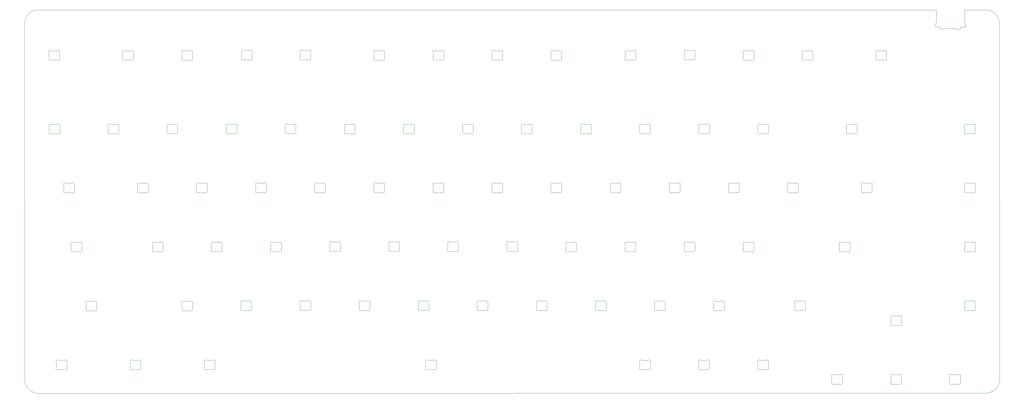
<source format=gbr>
%TF.GenerationSoftware,KiCad,Pcbnew,(6.0.6)*%
%TF.CreationDate,2022-08-08T11:29:03-04:00*%
%TF.ProjectId,Jupiter,4a757069-7465-4722-9e6b-696361645f70,rev?*%
%TF.SameCoordinates,Original*%
%TF.FileFunction,Profile,NP*%
%FSLAX46Y46*%
G04 Gerber Fmt 4.6, Leading zero omitted, Abs format (unit mm)*
G04 Created by KiCad (PCBNEW (6.0.6)) date 2022-08-08 11:29:03*
%MOMM*%
%LPD*%
G01*
G04 APERTURE LIST*
%TA.AperFunction,Profile*%
%ADD10C,0.100000*%
%TD*%
%TA.AperFunction,Profile*%
%ADD11C,0.080000*%
%TD*%
G04 APERTURE END LIST*
D10*
X56181163Y-186960859D02*
X56141362Y-71881213D01*
X56181111Y-186960858D02*
G75*
G03*
X60481213Y-191458638I4400089J-97742D01*
G01*
X350155001Y-67567500D02*
X60639141Y-67581163D01*
X370500050Y-72097779D02*
G75*
G03*
X366200000Y-67600000I-4400050J97779D01*
G01*
X60639142Y-67581111D02*
G75*
G03*
X56141362Y-71881213I-97742J-4400089D01*
G01*
X366060858Y-191418889D02*
G75*
G03*
X370558638Y-187118787I97742J4400089D01*
G01*
X366200000Y-67600000D02*
X359255001Y-67567500D01*
X366060859Y-191418837D02*
X60481213Y-191458638D01*
X370500050Y-72097779D02*
X370558638Y-187118787D01*
%TO.C,LED_R1*%
X153099999Y-124377159D02*
X153099999Y-125782843D01*
X152194452Y-126580000D02*
X150605547Y-126580000D01*
X150605548Y-123580001D02*
X152194452Y-123580001D01*
X149700001Y-125782843D02*
X149700001Y-124377159D01*
X149650516Y-125999721D02*
G75*
G03*
X150353289Y-126648299I450514J-216879D01*
G01*
X152446711Y-126648300D02*
G75*
G03*
X152194453Y-126580001I-252261J-431710D01*
G01*
X150353289Y-123511702D02*
G75*
G03*
X150605548Y-123580001I252261J431712D01*
G01*
X153149484Y-124160281D02*
G75*
G03*
X153099999Y-124377158I450505J-216876D01*
G01*
X149650516Y-125999721D02*
G75*
G03*
X149700001Y-125782844I-450876J216961D01*
G01*
X152194452Y-123580001D02*
G75*
G03*
X152446710Y-123511702I-3J500009D01*
G01*
X150605547Y-126580000D02*
G75*
G03*
X150353289Y-126648299I3J-500010D01*
G01*
X152446711Y-126648300D02*
G75*
G03*
X153149484Y-125999721I252258J431701D01*
G01*
X153099999Y-125782843D02*
G75*
G03*
X153149484Y-125999721I499990J-2D01*
G01*
X150353291Y-123511699D02*
G75*
G03*
X149650516Y-124160282I-252261J-431701D01*
G01*
X149699975Y-124377159D02*
G75*
G03*
X149650516Y-124160281I-499975J59D01*
G01*
X153149484Y-124160281D02*
G75*
G03*
X152446711Y-123511704I-450515J216877D01*
G01*
%TO.C,LED_quote1*%
X287900001Y-144882841D02*
X287900001Y-143477157D01*
X288805548Y-142680000D02*
X290394453Y-142680000D01*
X291299999Y-143477157D02*
X291299999Y-144882841D01*
X290394452Y-145679999D02*
X288805548Y-145679999D01*
X288553289Y-142611700D02*
G75*
G03*
X287850516Y-143260279I-252259J-431700D01*
G01*
X290646711Y-145748298D02*
G75*
G03*
X290394452Y-145679999I-252261J-431710D01*
G01*
X291349485Y-143260279D02*
G75*
G03*
X290646711Y-142611701I-450516J216877D01*
G01*
X290646711Y-145748298D02*
G75*
G03*
X291349484Y-145099718I252259J431700D01*
G01*
X288553289Y-142611700D02*
G75*
G03*
X288805547Y-142679999I252261J431710D01*
G01*
X288805548Y-145680000D02*
G75*
G03*
X288553290Y-145748298I2J-500010D01*
G01*
X287850517Y-145099719D02*
G75*
G03*
X287900001Y-144882842I-450877J216959D01*
G01*
X291349484Y-143260279D02*
G75*
G03*
X291299999Y-143477156I450505J-216876D01*
G01*
X287899976Y-143477157D02*
G75*
G03*
X287850516Y-143260279I-499976J57D01*
G01*
X290394453Y-142680000D02*
G75*
G03*
X290646711Y-142611701I-3J500009D01*
G01*
X291299999Y-144882841D02*
G75*
G03*
X291349484Y-145099719I499990J-2D01*
G01*
X287850520Y-145099721D02*
G75*
G03*
X288553289Y-145748296I450510J-216879D01*
G01*
%TO.C,LED_5*%
X160205548Y-104580000D02*
X161794453Y-104580000D01*
X159300001Y-106782841D02*
X159300001Y-105377157D01*
X161794452Y-107579999D02*
X160205548Y-107579999D01*
X162699999Y-105377157D02*
X162699999Y-106782841D01*
X162749485Y-105160279D02*
G75*
G03*
X162046711Y-104511701I-450516J216877D01*
G01*
X162749484Y-105160279D02*
G75*
G03*
X162699999Y-105377156I450505J-216876D01*
G01*
X159250520Y-106999721D02*
G75*
G03*
X159953289Y-107648296I450510J-216879D01*
G01*
X162046711Y-107648298D02*
G75*
G03*
X162749484Y-106999718I252259J431700D01*
G01*
X159250517Y-106999719D02*
G75*
G03*
X159300001Y-106782842I-450877J216959D01*
G01*
X159299976Y-105377157D02*
G75*
G03*
X159250516Y-105160279I-499976J57D01*
G01*
X159953289Y-104511700D02*
G75*
G03*
X160205547Y-104579999I252261J431710D01*
G01*
X161794453Y-104580000D02*
G75*
G03*
X162046711Y-104511701I-3J500009D01*
G01*
X162699999Y-106782841D02*
G75*
G03*
X162749484Y-106999719I499990J-2D01*
G01*
X160205548Y-107580000D02*
G75*
G03*
X159953290Y-107648298I2J-500010D01*
G01*
X159953289Y-104511700D02*
G75*
G03*
X159250516Y-105160279I-252259J-431700D01*
G01*
X162046711Y-107648298D02*
G75*
G03*
X161794452Y-107579999I-252261J-431710D01*
G01*
%TO.C,LED_leftShift1*%
X79399999Y-162577159D02*
X79399999Y-163982843D01*
X76905548Y-161780001D02*
X78494452Y-161780001D01*
X78494452Y-164780000D02*
X76905547Y-164780000D01*
X76000001Y-163982843D02*
X76000001Y-162577159D01*
X75950516Y-164199721D02*
G75*
G03*
X76653289Y-164848299I450514J-216879D01*
G01*
X78746711Y-164848300D02*
G75*
G03*
X78494453Y-164780001I-252261J-431710D01*
G01*
X79399999Y-163982843D02*
G75*
G03*
X79449484Y-164199721I499990J-2D01*
G01*
X78746711Y-164848300D02*
G75*
G03*
X79449484Y-164199721I252258J431701D01*
G01*
X75950516Y-164199721D02*
G75*
G03*
X76000001Y-163982844I-450876J216961D01*
G01*
X79449484Y-162360281D02*
G75*
G03*
X79399999Y-162577158I450505J-216876D01*
G01*
X76905547Y-164780000D02*
G75*
G03*
X76653289Y-164848299I3J-500010D01*
G01*
X76653291Y-161711699D02*
G75*
G03*
X75950516Y-162360282I-252261J-431701D01*
G01*
X75999975Y-162577159D02*
G75*
G03*
X75950516Y-162360281I-499975J59D01*
G01*
X76653289Y-161711702D02*
G75*
G03*
X76905548Y-161780001I252261J431712D01*
G01*
X79449484Y-162360281D02*
G75*
G03*
X78746711Y-161711704I-450515J216877D01*
G01*
X78494452Y-161780001D02*
G75*
G03*
X78746710Y-161711702I-3J500009D01*
G01*
%TO.C,LED_F5*%
X168800001Y-82982843D02*
X168800001Y-81577159D01*
X169705548Y-80780001D02*
X171294452Y-80780001D01*
X171294452Y-83780000D02*
X169705547Y-83780000D01*
X172199999Y-81577159D02*
X172199999Y-82982843D01*
X168750516Y-83199721D02*
G75*
G03*
X168800001Y-82982844I-450876J216961D01*
G01*
X172249484Y-81360281D02*
G75*
G03*
X172199999Y-81577158I450505J-216876D01*
G01*
X172199999Y-82982843D02*
G75*
G03*
X172249484Y-83199721I499990J-2D01*
G01*
X171294452Y-80780001D02*
G75*
G03*
X171546710Y-80711702I-3J500009D01*
G01*
X172249484Y-81360281D02*
G75*
G03*
X171546711Y-80711704I-450515J216877D01*
G01*
X168799975Y-81577159D02*
G75*
G03*
X168750516Y-81360281I-499975J59D01*
G01*
X169453289Y-80711702D02*
G75*
G03*
X169705548Y-80780001I252261J431712D01*
G01*
X171546711Y-83848300D02*
G75*
G03*
X171294453Y-83780001I-252261J-431710D01*
G01*
X168750516Y-83199721D02*
G75*
G03*
X169453289Y-83848299I450514J-216879D01*
G01*
X171546711Y-83848300D02*
G75*
G03*
X172249484Y-83199721I252258J431701D01*
G01*
X169453291Y-80711699D02*
G75*
G03*
X168750516Y-81360282I-252261J-431701D01*
G01*
X169705547Y-83780000D02*
G75*
G03*
X169453289Y-83848299I3J-500010D01*
G01*
%TO.C,LED_tilda1*%
X64100001Y-106782841D02*
X64100001Y-105377157D01*
X67499999Y-105377157D02*
X67499999Y-106782841D01*
X66594452Y-107579999D02*
X65005548Y-107579999D01*
X65005548Y-104580000D02*
X66594453Y-104580000D01*
X64050520Y-106999721D02*
G75*
G03*
X64753289Y-107648296I450510J-216879D01*
G01*
X67549484Y-105160279D02*
G75*
G03*
X67499999Y-105377156I450505J-216876D01*
G01*
X64050517Y-106999719D02*
G75*
G03*
X64100001Y-106782842I-450877J216959D01*
G01*
X64099976Y-105377157D02*
G75*
G03*
X64050516Y-105160279I-499976J57D01*
G01*
X66594453Y-104580000D02*
G75*
G03*
X66846711Y-104511701I-3J500009D01*
G01*
X66846711Y-107648298D02*
G75*
G03*
X67549484Y-106999718I252259J431700D01*
G01*
X64753289Y-104511700D02*
G75*
G03*
X64050516Y-105160279I-252259J-431700D01*
G01*
X66846711Y-107648298D02*
G75*
G03*
X66594452Y-107579999I-252261J-431710D01*
G01*
X67499999Y-106782841D02*
G75*
G03*
X67549484Y-106999719I499990J-2D01*
G01*
X64753289Y-104511700D02*
G75*
G03*
X65005547Y-104579999I252261J431710D01*
G01*
X65005548Y-107580000D02*
G75*
G03*
X64753290Y-107648298I2J-500010D01*
G01*
X67549485Y-105160279D02*
G75*
G03*
X66846711Y-104511701I-450516J216877D01*
G01*
%TO.C,LED_J1*%
X211700001Y-144782841D02*
X211700001Y-143377157D01*
X214194452Y-145579999D02*
X212605548Y-145579999D01*
X215099999Y-143377157D02*
X215099999Y-144782841D01*
X212605548Y-142580000D02*
X214194453Y-142580000D01*
X212605548Y-145580000D02*
G75*
G03*
X212353290Y-145648298I2J-500010D01*
G01*
X212353289Y-142511700D02*
G75*
G03*
X211650516Y-143160279I-252259J-431700D01*
G01*
X215099999Y-144782841D02*
G75*
G03*
X215149484Y-144999719I499990J-2D01*
G01*
X212353289Y-142511700D02*
G75*
G03*
X212605547Y-142579999I252261J431710D01*
G01*
X215149485Y-143160279D02*
G75*
G03*
X214446711Y-142511701I-450516J216877D01*
G01*
X214446711Y-145648298D02*
G75*
G03*
X215149484Y-144999718I252259J431700D01*
G01*
X211650517Y-144999719D02*
G75*
G03*
X211700001Y-144782842I-450877J216959D01*
G01*
X214446711Y-145648298D02*
G75*
G03*
X214194452Y-145579999I-252261J-431710D01*
G01*
X215149484Y-143160279D02*
G75*
G03*
X215099999Y-143377156I450505J-216876D01*
G01*
X211699976Y-143377157D02*
G75*
G03*
X211650516Y-143160279I-499976J57D01*
G01*
X211650520Y-144999721D02*
G75*
G03*
X212353289Y-145648296I450510J-216879D01*
G01*
X214194453Y-142580000D02*
G75*
G03*
X214446711Y-142511701I-3J500009D01*
G01*
%TO.C,LED_rightAlt1*%
X254500001Y-182982841D02*
X254500001Y-181577157D01*
X257899999Y-181577157D02*
X257899999Y-182982841D01*
X255405548Y-180780000D02*
X256994453Y-180780000D01*
X256994452Y-183779999D02*
X255405548Y-183779999D01*
X255153289Y-180711700D02*
G75*
G03*
X255405547Y-180779999I252261J431710D01*
G01*
X257246711Y-183848298D02*
G75*
G03*
X257949484Y-183199718I252259J431700D01*
G01*
X256994453Y-180780000D02*
G75*
G03*
X257246711Y-180711701I-3J500009D01*
G01*
X257949485Y-181360279D02*
G75*
G03*
X257246711Y-180711701I-450516J216877D01*
G01*
X254499976Y-181577157D02*
G75*
G03*
X254450516Y-181360279I-499976J57D01*
G01*
X255153289Y-180711700D02*
G75*
G03*
X254450516Y-181360279I-252259J-431700D01*
G01*
X257949484Y-181360279D02*
G75*
G03*
X257899999Y-181577156I450505J-216876D01*
G01*
X254450517Y-183199719D02*
G75*
G03*
X254500001Y-182982842I-450877J216959D01*
G01*
X255405548Y-183780000D02*
G75*
G03*
X255153290Y-183848298I2J-500010D01*
G01*
X257246711Y-183848298D02*
G75*
G03*
X256994452Y-183779999I-252261J-431710D01*
G01*
X257899999Y-182982841D02*
G75*
G03*
X257949484Y-183199719I499990J-2D01*
G01*
X254450520Y-183199721D02*
G75*
G03*
X255153289Y-183848296I450510J-216879D01*
G01*
%TO.C,LED_D1*%
X135500001Y-144882841D02*
X135500001Y-143477157D01*
X137994452Y-145679999D02*
X136405548Y-145679999D01*
X138899999Y-143477157D02*
X138899999Y-144882841D01*
X136405548Y-142680000D02*
X137994453Y-142680000D01*
X138246711Y-145748298D02*
G75*
G03*
X137994452Y-145679999I-252261J-431710D01*
G01*
X138899999Y-144882841D02*
G75*
G03*
X138949484Y-145099719I499990J-2D01*
G01*
X135450517Y-145099719D02*
G75*
G03*
X135500001Y-144882842I-450877J216959D01*
G01*
X136405548Y-145680000D02*
G75*
G03*
X136153290Y-145748298I2J-500010D01*
G01*
X137994453Y-142680000D02*
G75*
G03*
X138246711Y-142611701I-3J500009D01*
G01*
X135450520Y-145099721D02*
G75*
G03*
X136153289Y-145748296I450510J-216879D01*
G01*
X138949485Y-143260279D02*
G75*
G03*
X138246711Y-142611701I-450516J216877D01*
G01*
X135499976Y-143477157D02*
G75*
G03*
X135450516Y-143260279I-499976J57D01*
G01*
X136153289Y-142611700D02*
G75*
G03*
X136405547Y-142679999I252261J431710D01*
G01*
X138246711Y-145748298D02*
G75*
G03*
X138949484Y-145099718I252259J431700D01*
G01*
X136153289Y-142611700D02*
G75*
G03*
X135450516Y-143260279I-252259J-431700D01*
G01*
X138949484Y-143260279D02*
G75*
G03*
X138899999Y-143477156I450505J-216876D01*
G01*
%TO.C,LED_4*%
X142694452Y-107579999D02*
X141105548Y-107579999D01*
X141105548Y-104580000D02*
X142694453Y-104580000D01*
X143599999Y-105377157D02*
X143599999Y-106782841D01*
X140200001Y-106782841D02*
X140200001Y-105377157D01*
X140853289Y-104511700D02*
G75*
G03*
X140150516Y-105160279I-252259J-431700D01*
G01*
X142694453Y-104580000D02*
G75*
G03*
X142946711Y-104511701I-3J500009D01*
G01*
X140150520Y-106999721D02*
G75*
G03*
X140853289Y-107648296I450510J-216879D01*
G01*
X140150517Y-106999719D02*
G75*
G03*
X140200001Y-106782842I-450877J216959D01*
G01*
X143649484Y-105160279D02*
G75*
G03*
X143599999Y-105377156I450505J-216876D01*
G01*
X140853289Y-104511700D02*
G75*
G03*
X141105547Y-104579999I252261J431710D01*
G01*
X141105548Y-107580000D02*
G75*
G03*
X140853290Y-107648298I2J-500010D01*
G01*
X143599999Y-106782841D02*
G75*
G03*
X143649484Y-106999719I499990J-2D01*
G01*
X143649485Y-105160279D02*
G75*
G03*
X142946711Y-104511701I-450516J216877D01*
G01*
X140199976Y-105377157D02*
G75*
G03*
X140150516Y-105160279I-499976J57D01*
G01*
X142946711Y-107648298D02*
G75*
G03*
X142694452Y-107579999I-252261J-431710D01*
G01*
X142946711Y-107648298D02*
G75*
G03*
X143649484Y-106999718I252259J431700D01*
G01*
%TO.C,LED_6*%
X179305548Y-104580000D02*
X180894453Y-104580000D01*
X181799999Y-105377157D02*
X181799999Y-106782841D01*
X178400001Y-106782841D02*
X178400001Y-105377157D01*
X180894452Y-107579999D02*
X179305548Y-107579999D01*
X180894453Y-104580000D02*
G75*
G03*
X181146711Y-104511701I-3J500009D01*
G01*
X179053289Y-104511700D02*
G75*
G03*
X178350516Y-105160279I-252259J-431700D01*
G01*
X178399976Y-105377157D02*
G75*
G03*
X178350516Y-105160279I-499976J57D01*
G01*
X178350517Y-106999719D02*
G75*
G03*
X178400001Y-106782842I-450877J216959D01*
G01*
X181146711Y-107648298D02*
G75*
G03*
X180894452Y-107579999I-252261J-431710D01*
G01*
X179053289Y-104511700D02*
G75*
G03*
X179305547Y-104579999I252261J431710D01*
G01*
X181849485Y-105160279D02*
G75*
G03*
X181146711Y-104511701I-450516J216877D01*
G01*
X178350520Y-106999721D02*
G75*
G03*
X179053289Y-107648296I450510J-216879D01*
G01*
X181849484Y-105160279D02*
G75*
G03*
X181799999Y-105377156I450505J-216876D01*
G01*
X181146711Y-107648298D02*
G75*
G03*
X181849484Y-106999718I252259J431700D01*
G01*
X179305548Y-107580000D02*
G75*
G03*
X179053290Y-107648298I2J-500010D01*
G01*
X181799999Y-106782841D02*
G75*
G03*
X181849484Y-106999719I499990J-2D01*
G01*
%TO.C,LED_equals1*%
X293505548Y-104580000D02*
X295094453Y-104580000D01*
X292600001Y-106782841D02*
X292600001Y-105377157D01*
X295094452Y-107579999D02*
X293505548Y-107579999D01*
X295999999Y-105377157D02*
X295999999Y-106782841D01*
X295346711Y-107648298D02*
G75*
G03*
X296049484Y-106999718I252259J431700D01*
G01*
X292550520Y-106999721D02*
G75*
G03*
X293253289Y-107648296I450510J-216879D01*
G01*
X293253289Y-104511700D02*
G75*
G03*
X292550516Y-105160279I-252259J-431700D01*
G01*
X295094453Y-104580000D02*
G75*
G03*
X295346711Y-104511701I-3J500009D01*
G01*
X293253289Y-104511700D02*
G75*
G03*
X293505547Y-104579999I252261J431710D01*
G01*
X296049485Y-105160279D02*
G75*
G03*
X295346711Y-104511701I-450516J216877D01*
G01*
X295346711Y-107648298D02*
G75*
G03*
X295094452Y-107579999I-252261J-431710D01*
G01*
X296049484Y-105160279D02*
G75*
G03*
X295999999Y-105377156I450505J-216876D01*
G01*
X292550517Y-106999719D02*
G75*
G03*
X292600001Y-106782842I-450877J216959D01*
G01*
X295999999Y-106782841D02*
G75*
G03*
X296049484Y-106999719I499990J-2D01*
G01*
X293505548Y-107580000D02*
G75*
G03*
X293253290Y-107648298I2J-500010D01*
G01*
X292599976Y-105377157D02*
G75*
G03*
X292550516Y-105160279I-499976J57D01*
G01*
%TO.C,LED_N1*%
X202100001Y-163882843D02*
X202100001Y-162477159D01*
X203005548Y-161680001D02*
X204594452Y-161680001D01*
X204594452Y-164680000D02*
X203005547Y-164680000D01*
X205499999Y-162477159D02*
X205499999Y-163882843D01*
X205499999Y-163882843D02*
G75*
G03*
X205549484Y-164099721I499990J-2D01*
G01*
X202050516Y-164099721D02*
G75*
G03*
X202753289Y-164748299I450514J-216879D01*
G01*
X202099975Y-162477159D02*
G75*
G03*
X202050516Y-162260281I-499975J59D01*
G01*
X205549484Y-162260281D02*
G75*
G03*
X204846711Y-161611704I-450515J216877D01*
G01*
X202753289Y-161611702D02*
G75*
G03*
X203005548Y-161680001I252261J431712D01*
G01*
X203005547Y-164680000D02*
G75*
G03*
X202753289Y-164748299I3J-500010D01*
G01*
X204594452Y-161680001D02*
G75*
G03*
X204846710Y-161611702I-3J500009D01*
G01*
X204846711Y-164748300D02*
G75*
G03*
X204594453Y-164680001I-252261J-431710D01*
G01*
X204846711Y-164748300D02*
G75*
G03*
X205549484Y-164099721I252258J431701D01*
G01*
X205549484Y-162260281D02*
G75*
G03*
X205499999Y-162477158I450505J-216876D01*
G01*
X202753291Y-161611699D02*
G75*
G03*
X202050516Y-162260282I-252261J-431701D01*
G01*
X202050516Y-164099721D02*
G75*
G03*
X202100001Y-163882844I-450876J216961D01*
G01*
%TO.C,LED_rightShift1*%
X306994452Y-164680000D02*
X305405547Y-164680000D01*
X305405548Y-161680001D02*
X306994452Y-161680001D01*
X304500001Y-163882843D02*
X304500001Y-162477159D01*
X307899999Y-162477159D02*
X307899999Y-163882843D01*
X304450516Y-164099721D02*
G75*
G03*
X304500001Y-163882844I-450876J216961D01*
G01*
X305405547Y-164680000D02*
G75*
G03*
X305153289Y-164748299I3J-500010D01*
G01*
X304450516Y-164099721D02*
G75*
G03*
X305153289Y-164748299I450514J-216879D01*
G01*
X305153291Y-161611699D02*
G75*
G03*
X304450516Y-162260282I-252261J-431701D01*
G01*
X306994452Y-161680001D02*
G75*
G03*
X307246710Y-161611702I-3J500009D01*
G01*
X307246711Y-164748300D02*
G75*
G03*
X307949484Y-164099721I252258J431701D01*
G01*
X307246711Y-164748300D02*
G75*
G03*
X306994453Y-164680001I-252261J-431710D01*
G01*
X305153289Y-161611702D02*
G75*
G03*
X305405548Y-161680001I252261J431712D01*
G01*
X307949484Y-162260281D02*
G75*
G03*
X307899999Y-162477158I450505J-216876D01*
G01*
X307949484Y-162260281D02*
G75*
G03*
X307246711Y-161611704I-450515J216877D01*
G01*
X304499975Y-162477159D02*
G75*
G03*
X304450516Y-162260281I-499975J59D01*
G01*
X307899999Y-163882843D02*
G75*
G03*
X307949484Y-164099721I499990J-2D01*
G01*
%TO.C,LED_P1*%
X264100001Y-125782843D02*
X264100001Y-124377159D01*
X267499999Y-124377159D02*
X267499999Y-125782843D01*
X265005548Y-123580001D02*
X266594452Y-123580001D01*
X266594452Y-126580000D02*
X265005547Y-126580000D01*
X265005547Y-126580000D02*
G75*
G03*
X264753289Y-126648299I3J-500010D01*
G01*
X266846711Y-126648300D02*
G75*
G03*
X266594453Y-126580001I-252261J-431710D01*
G01*
X267549484Y-124160281D02*
G75*
G03*
X266846711Y-123511704I-450515J216877D01*
G01*
X266846711Y-126648300D02*
G75*
G03*
X267549484Y-125999721I252258J431701D01*
G01*
X267549484Y-124160281D02*
G75*
G03*
X267499999Y-124377158I450505J-216876D01*
G01*
X264050516Y-125999721D02*
G75*
G03*
X264753289Y-126648299I450514J-216879D01*
G01*
X264753291Y-123511699D02*
G75*
G03*
X264050516Y-124160282I-252261J-431701D01*
G01*
X264099975Y-124377159D02*
G75*
G03*
X264050516Y-124160281I-499975J59D01*
G01*
X267499999Y-125782843D02*
G75*
G03*
X267549484Y-125999721I499990J-2D01*
G01*
X266594452Y-123580001D02*
G75*
G03*
X266846710Y-123511702I-3J500009D01*
G01*
X264753289Y-123511702D02*
G75*
G03*
X265005548Y-123580001I252261J431712D01*
G01*
X264050516Y-125999721D02*
G75*
G03*
X264100001Y-125782844I-450876J216961D01*
G01*
%TO.C,LED_F4*%
X145905548Y-80680001D02*
X147494452Y-80680001D01*
X147494452Y-83680000D02*
X145905547Y-83680000D01*
X148399999Y-81477159D02*
X148399999Y-82882843D01*
X145000001Y-82882843D02*
X145000001Y-81477159D01*
X144950516Y-83099721D02*
G75*
G03*
X145000001Y-82882844I-450876J216961D01*
G01*
X145653291Y-80611699D02*
G75*
G03*
X144950516Y-81260282I-252261J-431701D01*
G01*
X145905547Y-83680000D02*
G75*
G03*
X145653289Y-83748299I3J-500010D01*
G01*
X144999975Y-81477159D02*
G75*
G03*
X144950516Y-81260281I-499975J59D01*
G01*
X147746711Y-83748300D02*
G75*
G03*
X148449484Y-83099721I252258J431701D01*
G01*
X148399999Y-82882843D02*
G75*
G03*
X148449484Y-83099721I499990J-2D01*
G01*
X145653289Y-80611702D02*
G75*
G03*
X145905548Y-80680001I252261J431712D01*
G01*
X148449484Y-81260281D02*
G75*
G03*
X147746711Y-80611704I-450515J216877D01*
G01*
X147494452Y-80680001D02*
G75*
G03*
X147746710Y-80611702I-3J500009D01*
G01*
X147746711Y-83748300D02*
G75*
G03*
X147494453Y-83680001I-252261J-431710D01*
G01*
X144950516Y-83099721D02*
G75*
G03*
X145653289Y-83748299I450514J-216879D01*
G01*
X148449484Y-81260281D02*
G75*
G03*
X148399999Y-81477158I450505J-216876D01*
G01*
%TO.C,LED_upArrow1*%
X338899999Y-167277159D02*
X338899999Y-168682843D01*
X337994452Y-169480000D02*
X336405547Y-169480000D01*
X336405548Y-166480001D02*
X337994452Y-166480001D01*
X335500001Y-168682843D02*
X335500001Y-167277159D01*
X338949484Y-167060281D02*
G75*
G03*
X338246711Y-166411704I-450515J216877D01*
G01*
X336153291Y-166411699D02*
G75*
G03*
X335450516Y-167060282I-252261J-431701D01*
G01*
X336153289Y-166411702D02*
G75*
G03*
X336405548Y-166480001I252261J431712D01*
G01*
X335499975Y-167277159D02*
G75*
G03*
X335450516Y-167060281I-499975J59D01*
G01*
X336405547Y-169480000D02*
G75*
G03*
X336153289Y-169548299I3J-500010D01*
G01*
X338246711Y-169548300D02*
G75*
G03*
X338949484Y-168899721I252258J431701D01*
G01*
X338899999Y-168682843D02*
G75*
G03*
X338949484Y-168899721I499990J-2D01*
G01*
X338246711Y-169548300D02*
G75*
G03*
X337994453Y-169480001I-252261J-431710D01*
G01*
X337994452Y-166480001D02*
G75*
G03*
X338246710Y-166411702I-3J500009D01*
G01*
X335450516Y-168899721D02*
G75*
G03*
X336153289Y-169548299I450514J-216879D01*
G01*
X335450516Y-168899721D02*
G75*
G03*
X335500001Y-168682844I-450876J216961D01*
G01*
X338949484Y-167060281D02*
G75*
G03*
X338899999Y-167277158I450505J-216876D01*
G01*
%TO.C,LED_F6*%
X190394452Y-83780000D02*
X188805547Y-83780000D01*
X187900001Y-82982843D02*
X187900001Y-81577159D01*
X188805548Y-80780001D02*
X190394452Y-80780001D01*
X191299999Y-81577159D02*
X191299999Y-82982843D01*
X190646711Y-83848300D02*
G75*
G03*
X191349484Y-83199721I252258J431701D01*
G01*
X187850516Y-83199721D02*
G75*
G03*
X187900001Y-82982844I-450876J216961D01*
G01*
X187850516Y-83199721D02*
G75*
G03*
X188553289Y-83848299I450514J-216879D01*
G01*
X188553289Y-80711702D02*
G75*
G03*
X188805548Y-80780001I252261J431712D01*
G01*
X190394452Y-80780001D02*
G75*
G03*
X190646710Y-80711702I-3J500009D01*
G01*
X188805547Y-83780000D02*
G75*
G03*
X188553289Y-83848299I3J-500010D01*
G01*
X188553291Y-80711699D02*
G75*
G03*
X187850516Y-81360282I-252261J-431701D01*
G01*
X191349484Y-81360281D02*
G75*
G03*
X191299999Y-81577158I450505J-216876D01*
G01*
X191349484Y-81360281D02*
G75*
G03*
X190646711Y-80711704I-450515J216877D01*
G01*
X191299999Y-82982843D02*
G75*
G03*
X191349484Y-83199721I499990J-2D01*
G01*
X190646711Y-83848300D02*
G75*
G03*
X190394453Y-83780001I-252261J-431710D01*
G01*
X187899975Y-81577159D02*
G75*
G03*
X187850516Y-81360281I-499975J59D01*
G01*
%TO.C,LED_X1*%
X128394452Y-164680000D02*
X126805547Y-164680000D01*
X126805548Y-161680001D02*
X128394452Y-161680001D01*
X125900001Y-163882843D02*
X125900001Y-162477159D01*
X129299999Y-162477159D02*
X129299999Y-163882843D01*
X129299999Y-163882843D02*
G75*
G03*
X129349484Y-164099721I499990J-2D01*
G01*
X126553291Y-161611699D02*
G75*
G03*
X125850516Y-162260282I-252261J-431701D01*
G01*
X126805547Y-164680000D02*
G75*
G03*
X126553289Y-164748299I3J-500010D01*
G01*
X128394452Y-161680001D02*
G75*
G03*
X128646710Y-161611702I-3J500009D01*
G01*
X125850516Y-164099721D02*
G75*
G03*
X125900001Y-163882844I-450876J216961D01*
G01*
X126553289Y-161611702D02*
G75*
G03*
X126805548Y-161680001I252261J431712D01*
G01*
X128646711Y-164748300D02*
G75*
G03*
X129349484Y-164099721I252258J431701D01*
G01*
X129349484Y-162260281D02*
G75*
G03*
X128646711Y-161611704I-450515J216877D01*
G01*
X128646711Y-164748300D02*
G75*
G03*
X128394453Y-164680001I-252261J-431710D01*
G01*
X125850516Y-164099721D02*
G75*
G03*
X126553289Y-164748299I450514J-216879D01*
G01*
X125899975Y-162477159D02*
G75*
G03*
X125850516Y-162260281I-499975J59D01*
G01*
X129349484Y-162260281D02*
G75*
G03*
X129299999Y-162477158I450505J-216876D01*
G01*
%TO.C,LED_esc1*%
X66494452Y-83780000D02*
X64905547Y-83780000D01*
X67399999Y-81577159D02*
X67399999Y-82982843D01*
X64905548Y-80780001D02*
X66494452Y-80780001D01*
X64000001Y-82982843D02*
X64000001Y-81577159D01*
X67399999Y-82982843D02*
G75*
G03*
X67449484Y-83199721I499990J-2D01*
G01*
X64905547Y-83780000D02*
G75*
G03*
X64653289Y-83848299I3J-500010D01*
G01*
X63950516Y-83199721D02*
G75*
G03*
X64000001Y-82982844I-450876J216961D01*
G01*
X64653289Y-80711702D02*
G75*
G03*
X64905548Y-80780001I252261J431712D01*
G01*
X67449484Y-81360281D02*
G75*
G03*
X67399999Y-81577158I450505J-216876D01*
G01*
X63950516Y-83199721D02*
G75*
G03*
X64653289Y-83848299I450514J-216879D01*
G01*
X63999975Y-81577159D02*
G75*
G03*
X63950516Y-81360281I-499975J59D01*
G01*
X66746711Y-83848300D02*
G75*
G03*
X66494453Y-83780001I-252261J-431710D01*
G01*
X66746711Y-83848300D02*
G75*
G03*
X67449484Y-83199721I252258J431701D01*
G01*
X66494452Y-80780001D02*
G75*
G03*
X66746710Y-80711702I-3J500009D01*
G01*
X64653291Y-80711699D02*
G75*
G03*
X63950516Y-81360282I-252261J-431701D01*
G01*
X67449484Y-81360281D02*
G75*
G03*
X66746711Y-80711704I-450515J216877D01*
G01*
%TO.C,LED_K1*%
X231605548Y-142680000D02*
X233194453Y-142680000D01*
X230700001Y-144882841D02*
X230700001Y-143477157D01*
X233194452Y-145679999D02*
X231605548Y-145679999D01*
X234099999Y-143477157D02*
X234099999Y-144882841D01*
X234099999Y-144882841D02*
G75*
G03*
X234149484Y-145099719I499990J-2D01*
G01*
X230650517Y-145099719D02*
G75*
G03*
X230700001Y-144882842I-450877J216959D01*
G01*
X230650520Y-145099721D02*
G75*
G03*
X231353289Y-145748296I450510J-216879D01*
G01*
X233446711Y-145748298D02*
G75*
G03*
X234149484Y-145099718I252259J431700D01*
G01*
X233194453Y-142680000D02*
G75*
G03*
X233446711Y-142611701I-3J500009D01*
G01*
X231605548Y-145680000D02*
G75*
G03*
X231353290Y-145748298I2J-500010D01*
G01*
X230699976Y-143477157D02*
G75*
G03*
X230650516Y-143260279I-499976J57D01*
G01*
X234149484Y-143260279D02*
G75*
G03*
X234099999Y-143477156I450505J-216876D01*
G01*
X234149485Y-143260279D02*
G75*
G03*
X233446711Y-142611701I-450516J216877D01*
G01*
X233446711Y-145748298D02*
G75*
G03*
X233194452Y-145679999I-252261J-431710D01*
G01*
X231353289Y-142611700D02*
G75*
G03*
X231605547Y-142679999I252261J431710D01*
G01*
X231353289Y-142611700D02*
G75*
G03*
X230650516Y-143260279I-252259J-431700D01*
G01*
%TO.C,LED_F2*%
X109394452Y-83780000D02*
X107805547Y-83780000D01*
X110299999Y-81577159D02*
X110299999Y-82982843D01*
X107805548Y-80780001D02*
X109394452Y-80780001D01*
X106900001Y-82982843D02*
X106900001Y-81577159D01*
X110349484Y-81360281D02*
G75*
G03*
X110299999Y-81577158I450505J-216876D01*
G01*
X109646711Y-83848300D02*
G75*
G03*
X110349484Y-83199721I252258J431701D01*
G01*
X107805547Y-83780000D02*
G75*
G03*
X107553289Y-83848299I3J-500010D01*
G01*
X107553291Y-80711699D02*
G75*
G03*
X106850516Y-81360282I-252261J-431701D01*
G01*
X109646711Y-83848300D02*
G75*
G03*
X109394453Y-83780001I-252261J-431710D01*
G01*
X106850516Y-83199721D02*
G75*
G03*
X107553289Y-83848299I450514J-216879D01*
G01*
X109394452Y-80780001D02*
G75*
G03*
X109646710Y-80711702I-3J500009D01*
G01*
X106850516Y-83199721D02*
G75*
G03*
X106900001Y-82982844I-450876J216961D01*
G01*
X107553289Y-80711702D02*
G75*
G03*
X107805548Y-80780001I252261J431712D01*
G01*
X106899975Y-81577159D02*
G75*
G03*
X106850516Y-81360281I-499975J59D01*
G01*
X110299999Y-82982843D02*
G75*
G03*
X110349484Y-83199721I499990J-2D01*
G01*
X110349484Y-81360281D02*
G75*
G03*
X109646711Y-80711704I-450515J216877D01*
G01*
%TO.C,LED_F7*%
X206900001Y-82982843D02*
X206900001Y-81577159D01*
X209394452Y-83780000D02*
X207805547Y-83780000D01*
X207805548Y-80780001D02*
X209394452Y-80780001D01*
X210299999Y-81577159D02*
X210299999Y-82982843D01*
X210349484Y-81360281D02*
G75*
G03*
X209646711Y-80711704I-450515J216877D01*
G01*
X209646711Y-83848300D02*
G75*
G03*
X210349484Y-83199721I252258J431701D01*
G01*
X210299999Y-82982843D02*
G75*
G03*
X210349484Y-83199721I499990J-2D01*
G01*
X207553291Y-80711699D02*
G75*
G03*
X206850516Y-81360282I-252261J-431701D01*
G01*
X207553289Y-80711702D02*
G75*
G03*
X207805548Y-80780001I252261J431712D01*
G01*
X207805547Y-83780000D02*
G75*
G03*
X207553289Y-83848299I3J-500010D01*
G01*
X209646711Y-83848300D02*
G75*
G03*
X209394453Y-83780001I-252261J-431710D01*
G01*
X206850516Y-83199721D02*
G75*
G03*
X206900001Y-82982844I-450876J216961D01*
G01*
X206899975Y-81577159D02*
G75*
G03*
X206850516Y-81360281I-499975J59D01*
G01*
X206850516Y-83199721D02*
G75*
G03*
X207553289Y-83848299I450514J-216879D01*
G01*
X209394452Y-80780001D02*
G75*
G03*
X209646710Y-80711702I-3J500009D01*
G01*
X210349484Y-81360281D02*
G75*
G03*
X210299999Y-81577158I450505J-216876D01*
G01*
%TO.C,LED_Z1*%
X107805548Y-161780001D02*
X109394452Y-161780001D01*
X109394452Y-164780000D02*
X107805547Y-164780000D01*
X106900001Y-163982843D02*
X106900001Y-162577159D01*
X110299999Y-162577159D02*
X110299999Y-163982843D01*
X109646711Y-164848300D02*
G75*
G03*
X109394453Y-164780001I-252261J-431710D01*
G01*
X107553289Y-161711702D02*
G75*
G03*
X107805548Y-161780001I252261J431712D01*
G01*
X110299999Y-163982843D02*
G75*
G03*
X110349484Y-164199721I499990J-2D01*
G01*
X109646711Y-164848300D02*
G75*
G03*
X110349484Y-164199721I252258J431701D01*
G01*
X107553291Y-161711699D02*
G75*
G03*
X106850516Y-162360282I-252261J-431701D01*
G01*
X110349484Y-162360281D02*
G75*
G03*
X109646711Y-161711704I-450515J216877D01*
G01*
X106850516Y-164199721D02*
G75*
G03*
X107553289Y-164848299I450514J-216879D01*
G01*
X109394452Y-161780001D02*
G75*
G03*
X109646710Y-161711702I-3J500009D01*
G01*
X106850516Y-164199721D02*
G75*
G03*
X106900001Y-163982844I-450876J216961D01*
G01*
X107805547Y-164780000D02*
G75*
G03*
X107553289Y-164848299I3J-500010D01*
G01*
X110349484Y-162360281D02*
G75*
G03*
X110299999Y-162577158I450505J-216876D01*
G01*
X106899975Y-162577159D02*
G75*
G03*
X106850516Y-162360281I-499975J59D01*
G01*
%TO.C,LED_minus1*%
X276949999Y-105357157D02*
X276949999Y-106762841D01*
X273550001Y-106762841D02*
X273550001Y-105357157D01*
X276044452Y-107559999D02*
X274455548Y-107559999D01*
X274455548Y-104560000D02*
X276044453Y-104560000D01*
X274203289Y-104491700D02*
G75*
G03*
X273500516Y-105140279I-252259J-431700D01*
G01*
X276999484Y-105140279D02*
G75*
G03*
X276949999Y-105357156I450505J-216876D01*
G01*
X276296711Y-107628298D02*
G75*
G03*
X276999484Y-106979718I252259J431700D01*
G01*
X276296711Y-107628298D02*
G75*
G03*
X276044452Y-107559999I-252261J-431710D01*
G01*
X276949999Y-106762841D02*
G75*
G03*
X276999484Y-106979719I499990J-2D01*
G01*
X274455548Y-107560000D02*
G75*
G03*
X274203290Y-107628298I2J-500010D01*
G01*
X274203289Y-104491700D02*
G75*
G03*
X274455547Y-104559999I252261J431710D01*
G01*
X273500517Y-106979719D02*
G75*
G03*
X273550001Y-106762842I-450877J216959D01*
G01*
X276999485Y-105140279D02*
G75*
G03*
X276296711Y-104491701I-450516J216877D01*
G01*
X273500520Y-106979721D02*
G75*
G03*
X274203289Y-107628296I450510J-216879D01*
G01*
X273549976Y-105357157D02*
G75*
G03*
X273500516Y-105140279I-499976J57D01*
G01*
X276044453Y-104560000D02*
G75*
G03*
X276296711Y-104491701I-3J500009D01*
G01*
%TO.C,LED_A1*%
X100799999Y-143477157D02*
X100799999Y-144882841D01*
X99894452Y-145679999D02*
X98305548Y-145679999D01*
X97400001Y-144882841D02*
X97400001Y-143477157D01*
X98305548Y-142680000D02*
X99894453Y-142680000D01*
X98305548Y-145680000D02*
G75*
G03*
X98053290Y-145748298I2J-500010D01*
G01*
X99894453Y-142680000D02*
G75*
G03*
X100146711Y-142611701I-3J500009D01*
G01*
X100849485Y-143260279D02*
G75*
G03*
X100146711Y-142611701I-450516J216877D01*
G01*
X98053289Y-142611700D02*
G75*
G03*
X98305547Y-142679999I252261J431710D01*
G01*
X97350517Y-145099719D02*
G75*
G03*
X97400001Y-144882842I-450877J216959D01*
G01*
X100849484Y-143260279D02*
G75*
G03*
X100799999Y-143477156I450505J-216876D01*
G01*
X100799999Y-144882841D02*
G75*
G03*
X100849484Y-145099719I499990J-2D01*
G01*
X98053289Y-142611700D02*
G75*
G03*
X97350516Y-143260279I-252259J-431700D01*
G01*
X97350520Y-145099721D02*
G75*
G03*
X98053289Y-145748296I450510J-216879D01*
G01*
X100146711Y-145748298D02*
G75*
G03*
X100849484Y-145099718I252259J431700D01*
G01*
X97399976Y-143477157D02*
G75*
G03*
X97350516Y-143260279I-499976J57D01*
G01*
X100146711Y-145748298D02*
G75*
G03*
X99894452Y-145679999I-252261J-431710D01*
G01*
%TO.C,LED_H1*%
X193505548Y-142580000D02*
X195094453Y-142580000D01*
X195094452Y-145579999D02*
X193505548Y-145579999D01*
X192600001Y-144782841D02*
X192600001Y-143377157D01*
X195999999Y-143377157D02*
X195999999Y-144782841D01*
X193505548Y-145580000D02*
G75*
G03*
X193253290Y-145648298I2J-500010D01*
G01*
X196049484Y-143160279D02*
G75*
G03*
X195999999Y-143377156I450505J-216876D01*
G01*
X193253289Y-142511700D02*
G75*
G03*
X192550516Y-143160279I-252259J-431700D01*
G01*
X195346711Y-145648298D02*
G75*
G03*
X195094452Y-145579999I-252261J-431710D01*
G01*
X192599976Y-143377157D02*
G75*
G03*
X192550516Y-143160279I-499976J57D01*
G01*
X195094453Y-142580000D02*
G75*
G03*
X195346711Y-142511701I-3J500009D01*
G01*
X192550517Y-144999719D02*
G75*
G03*
X192600001Y-144782842I-450877J216959D01*
G01*
X195999999Y-144782841D02*
G75*
G03*
X196049484Y-144999719I499990J-2D01*
G01*
X195346711Y-145648298D02*
G75*
G03*
X196049484Y-144999718I252259J431700D01*
G01*
X196049485Y-143160279D02*
G75*
G03*
X195346711Y-142511701I-450516J216877D01*
G01*
X193253289Y-142511700D02*
G75*
G03*
X193505547Y-142579999I252261J431710D01*
G01*
X192550520Y-144999721D02*
G75*
G03*
X193253289Y-145648296I450510J-216879D01*
G01*
%TO.C,LED_F11*%
X290394452Y-83780000D02*
X288805547Y-83780000D01*
X288805548Y-80780001D02*
X290394452Y-80780001D01*
X291299999Y-81577159D02*
X291299999Y-82982843D01*
X287900001Y-82982843D02*
X287900001Y-81577159D01*
X290646711Y-83848300D02*
G75*
G03*
X291349484Y-83199721I252258J431701D01*
G01*
X287850516Y-83199721D02*
G75*
G03*
X288553289Y-83848299I450514J-216879D01*
G01*
X290646711Y-83848300D02*
G75*
G03*
X290394453Y-83780001I-252261J-431710D01*
G01*
X291299999Y-82982843D02*
G75*
G03*
X291349484Y-83199721I499990J-2D01*
G01*
X287850516Y-83199721D02*
G75*
G03*
X287900001Y-82982844I-450876J216961D01*
G01*
X290394452Y-80780001D02*
G75*
G03*
X290646710Y-80711702I-3J500009D01*
G01*
X288553291Y-80711699D02*
G75*
G03*
X287850516Y-81360282I-252261J-431701D01*
G01*
X288805547Y-83780000D02*
G75*
G03*
X288553289Y-83848299I3J-500010D01*
G01*
X288553289Y-80711702D02*
G75*
G03*
X288805548Y-80780001I252261J431712D01*
G01*
X291349484Y-81360281D02*
G75*
G03*
X290646711Y-80711704I-450515J216877D01*
G01*
X291349484Y-81360281D02*
G75*
G03*
X291299999Y-81577158I450505J-216876D01*
G01*
X287899975Y-81577159D02*
G75*
G03*
X287850516Y-81360281I-499975J59D01*
G01*
%TO.C,LED_M1*%
X224599999Y-162477159D02*
X224599999Y-163882843D01*
X223694452Y-164680000D02*
X222105547Y-164680000D01*
X222105548Y-161680001D02*
X223694452Y-161680001D01*
X221200001Y-163882843D02*
X221200001Y-162477159D01*
X221150516Y-164099721D02*
G75*
G03*
X221200001Y-163882844I-450876J216961D01*
G01*
X223946711Y-164748300D02*
G75*
G03*
X223694453Y-164680001I-252261J-431710D01*
G01*
X224599999Y-163882843D02*
G75*
G03*
X224649484Y-164099721I499990J-2D01*
G01*
X221150516Y-164099721D02*
G75*
G03*
X221853289Y-164748299I450514J-216879D01*
G01*
X221853289Y-161611702D02*
G75*
G03*
X222105548Y-161680001I252261J431712D01*
G01*
X223694452Y-161680001D02*
G75*
G03*
X223946710Y-161611702I-3J500009D01*
G01*
X222105547Y-164680000D02*
G75*
G03*
X221853289Y-164748299I3J-500010D01*
G01*
X221199975Y-162477159D02*
G75*
G03*
X221150516Y-162260281I-499975J59D01*
G01*
X224649484Y-162260281D02*
G75*
G03*
X223946711Y-161611704I-450515J216877D01*
G01*
X221853291Y-161611699D02*
G75*
G03*
X221150516Y-162260282I-252261J-431701D01*
G01*
X224649484Y-162260281D02*
G75*
G03*
X224599999Y-162477158I450505J-216876D01*
G01*
X223946711Y-164748300D02*
G75*
G03*
X224649484Y-164099721I252258J431701D01*
G01*
%TO.C,LED_closeBracket1*%
X302200001Y-125782843D02*
X302200001Y-124377159D01*
X305599999Y-124377159D02*
X305599999Y-125782843D01*
X303105548Y-123580001D02*
X304694452Y-123580001D01*
X304694452Y-126580000D02*
X303105547Y-126580000D01*
X304946711Y-126648300D02*
G75*
G03*
X304694453Y-126580001I-252261J-431710D01*
G01*
X302853291Y-123511699D02*
G75*
G03*
X302150516Y-124160282I-252261J-431701D01*
G01*
X302150516Y-125999721D02*
G75*
G03*
X302853289Y-126648299I450514J-216879D01*
G01*
X302150516Y-125999721D02*
G75*
G03*
X302200001Y-125782844I-450876J216961D01*
G01*
X303105547Y-126580000D02*
G75*
G03*
X302853289Y-126648299I3J-500010D01*
G01*
X304694452Y-123580001D02*
G75*
G03*
X304946710Y-123511702I-3J500009D01*
G01*
X305599999Y-125782843D02*
G75*
G03*
X305649484Y-125999721I499990J-2D01*
G01*
X305649484Y-124160281D02*
G75*
G03*
X304946711Y-123511704I-450515J216877D01*
G01*
X302853289Y-123511702D02*
G75*
G03*
X303105548Y-123580001I252261J431712D01*
G01*
X305649484Y-124160281D02*
G75*
G03*
X305599999Y-124377158I450505J-216876D01*
G01*
X302199975Y-124377159D02*
G75*
G03*
X302150516Y-124160281I-499975J59D01*
G01*
X304946711Y-126648300D02*
G75*
G03*
X305649484Y-125999721I252258J431701D01*
G01*
%TO.C,LED_windows1*%
X92694452Y-183779999D02*
X91105548Y-183779999D01*
X93599999Y-181577157D02*
X93599999Y-182982841D01*
X90200001Y-182982841D02*
X90200001Y-181577157D01*
X91105548Y-180780000D02*
X92694453Y-180780000D01*
X90150517Y-183199719D02*
G75*
G03*
X90200001Y-182982842I-450877J216959D01*
G01*
X92946711Y-183848298D02*
G75*
G03*
X92694452Y-183779999I-252261J-431710D01*
G01*
X93599999Y-182982841D02*
G75*
G03*
X93649484Y-183199719I499990J-2D01*
G01*
X90150520Y-183199721D02*
G75*
G03*
X90853289Y-183848296I450510J-216879D01*
G01*
X92694453Y-180780000D02*
G75*
G03*
X92946711Y-180711701I-3J500009D01*
G01*
X90199976Y-181577157D02*
G75*
G03*
X90150516Y-181360279I-499976J57D01*
G01*
X90853289Y-180711700D02*
G75*
G03*
X91105547Y-180779999I252261J431710D01*
G01*
X91105548Y-183780000D02*
G75*
G03*
X90853290Y-183848298I2J-500010D01*
G01*
X93649484Y-181360279D02*
G75*
G03*
X93599999Y-181577156I450505J-216876D01*
G01*
X90853289Y-180711700D02*
G75*
G03*
X90150516Y-181360279I-252259J-431700D01*
G01*
X93649485Y-181360279D02*
G75*
G03*
X92946711Y-180711701I-450516J216877D01*
G01*
X92946711Y-183848298D02*
G75*
G03*
X93649484Y-183199718I252259J431700D01*
G01*
%TO.C,LED_rightControl1*%
X293505548Y-180780000D02*
X295094453Y-180780000D01*
X295999999Y-181577157D02*
X295999999Y-182982841D01*
X295094452Y-183779999D02*
X293505548Y-183779999D01*
X292600001Y-182982841D02*
X292600001Y-181577157D01*
X296049485Y-181360279D02*
G75*
G03*
X295346711Y-180711701I-450516J216877D01*
G01*
X292599976Y-181577157D02*
G75*
G03*
X292550516Y-181360279I-499976J57D01*
G01*
X292550517Y-183199719D02*
G75*
G03*
X292600001Y-182982842I-450877J216959D01*
G01*
X293253289Y-180711700D02*
G75*
G03*
X292550516Y-181360279I-252259J-431700D01*
G01*
X295346711Y-183848298D02*
G75*
G03*
X295094452Y-183779999I-252261J-431710D01*
G01*
X292550520Y-183199721D02*
G75*
G03*
X293253289Y-183848296I450510J-216879D01*
G01*
X295346711Y-183848298D02*
G75*
G03*
X296049484Y-183199718I252259J431700D01*
G01*
X295094453Y-180780000D02*
G75*
G03*
X295346711Y-180711701I-3J500009D01*
G01*
X296049484Y-181360279D02*
G75*
G03*
X295999999Y-181577156I450505J-216876D01*
G01*
X293253289Y-180711700D02*
G75*
G03*
X293505547Y-180779999I252261J431710D01*
G01*
X293505548Y-183780000D02*
G75*
G03*
X293253290Y-183848298I2J-500010D01*
G01*
X295999999Y-182982841D02*
G75*
G03*
X296049484Y-183199719I499990J-2D01*
G01*
%TO.C,LED_function1*%
X274405548Y-180780000D02*
X275994453Y-180780000D01*
X275994452Y-183779999D02*
X274405548Y-183779999D01*
X273500001Y-182982841D02*
X273500001Y-181577157D01*
X276899999Y-181577157D02*
X276899999Y-182982841D01*
X276246711Y-183848298D02*
G75*
G03*
X275994452Y-183779999I-252261J-431710D01*
G01*
X274153289Y-180711700D02*
G75*
G03*
X274405547Y-180779999I252261J431710D01*
G01*
X273499976Y-181577157D02*
G75*
G03*
X273450516Y-181360279I-499976J57D01*
G01*
X274153289Y-180711700D02*
G75*
G03*
X273450516Y-181360279I-252259J-431700D01*
G01*
X276949484Y-181360279D02*
G75*
G03*
X276899999Y-181577156I450505J-216876D01*
G01*
X273450517Y-183199719D02*
G75*
G03*
X273500001Y-182982842I-450877J216959D01*
G01*
X276246711Y-183848298D02*
G75*
G03*
X276949484Y-183199718I252259J431700D01*
G01*
X274405548Y-183780000D02*
G75*
G03*
X274153290Y-183848298I2J-500010D01*
G01*
X273450520Y-183199721D02*
G75*
G03*
X274153289Y-183848296I450510J-216879D01*
G01*
X275994453Y-180780000D02*
G75*
G03*
X276246711Y-180711701I-3J500009D01*
G01*
X276899999Y-182982841D02*
G75*
G03*
X276949484Y-183199719I499990J-2D01*
G01*
X276949485Y-181360279D02*
G75*
G03*
X276246711Y-180711701I-450516J216877D01*
G01*
%TO.C,LED_3*%
X121200001Y-106782841D02*
X121200001Y-105377157D01*
X124599999Y-105377157D02*
X124599999Y-106782841D01*
X122105548Y-104580000D02*
X123694453Y-104580000D01*
X123694452Y-107579999D02*
X122105548Y-107579999D01*
X121150517Y-106999719D02*
G75*
G03*
X121200001Y-106782842I-450877J216959D01*
G01*
X121853289Y-104511700D02*
G75*
G03*
X121150516Y-105160279I-252259J-431700D01*
G01*
X123946711Y-107648298D02*
G75*
G03*
X124649484Y-106999718I252259J431700D01*
G01*
X121150520Y-106999721D02*
G75*
G03*
X121853289Y-107648296I450510J-216879D01*
G01*
X124649484Y-105160279D02*
G75*
G03*
X124599999Y-105377156I450505J-216876D01*
G01*
X124649485Y-105160279D02*
G75*
G03*
X123946711Y-104511701I-450516J216877D01*
G01*
X124599999Y-106782841D02*
G75*
G03*
X124649484Y-106999719I499990J-2D01*
G01*
X123694453Y-104580000D02*
G75*
G03*
X123946711Y-104511701I-3J500009D01*
G01*
X123946711Y-107648298D02*
G75*
G03*
X123694452Y-107579999I-252261J-431710D01*
G01*
X121199976Y-105377157D02*
G75*
G03*
X121150516Y-105160279I-499976J57D01*
G01*
X122105548Y-107580000D02*
G75*
G03*
X121853290Y-107648298I2J-500010D01*
G01*
X121853289Y-104511700D02*
G75*
G03*
X122105547Y-104579999I252261J431710D01*
G01*
%TO.C,LED_7*%
X198305548Y-104580000D02*
X199894453Y-104580000D01*
X199894452Y-107579999D02*
X198305548Y-107579999D01*
X200799999Y-105377157D02*
X200799999Y-106782841D01*
X197400001Y-106782841D02*
X197400001Y-105377157D01*
X197350517Y-106999719D02*
G75*
G03*
X197400001Y-106782842I-450877J216959D01*
G01*
X200799999Y-106782841D02*
G75*
G03*
X200849484Y-106999719I499990J-2D01*
G01*
X200849485Y-105160279D02*
G75*
G03*
X200146711Y-104511701I-450516J216877D01*
G01*
X200849484Y-105160279D02*
G75*
G03*
X200799999Y-105377156I450505J-216876D01*
G01*
X197350520Y-106999721D02*
G75*
G03*
X198053289Y-107648296I450510J-216879D01*
G01*
X198053289Y-104511700D02*
G75*
G03*
X198305547Y-104579999I252261J431710D01*
G01*
X199894453Y-104580000D02*
G75*
G03*
X200146711Y-104511701I-3J500009D01*
G01*
X200146711Y-107648298D02*
G75*
G03*
X200849484Y-106999718I252259J431700D01*
G01*
X197399976Y-105377157D02*
G75*
G03*
X197350516Y-105160279I-499976J57D01*
G01*
X198053289Y-104511700D02*
G75*
G03*
X197350516Y-105160279I-252259J-431700D01*
G01*
X198305548Y-107580000D02*
G75*
G03*
X198053290Y-107648298I2J-500010D01*
G01*
X200146711Y-107648298D02*
G75*
G03*
X199894452Y-107579999I-252261J-431710D01*
G01*
%TO.C,LED_C1*%
X147504452Y-164620000D02*
X145915547Y-164620000D01*
X148409999Y-162417159D02*
X148409999Y-163822843D01*
X145010001Y-163822843D02*
X145010001Y-162417159D01*
X145915548Y-161620001D02*
X147504452Y-161620001D01*
X147756711Y-164688300D02*
G75*
G03*
X148459484Y-164039721I252258J431701D01*
G01*
X148459484Y-162200281D02*
G75*
G03*
X148409999Y-162417158I450505J-216876D01*
G01*
X145663291Y-161551699D02*
G75*
G03*
X144960516Y-162200282I-252261J-431701D01*
G01*
X147756711Y-164688300D02*
G75*
G03*
X147504453Y-164620001I-252261J-431710D01*
G01*
X144960516Y-164039721D02*
G75*
G03*
X145010001Y-163822844I-450876J216961D01*
G01*
X147504452Y-161620001D02*
G75*
G03*
X147756710Y-161551702I-3J500009D01*
G01*
X145663289Y-161551702D02*
G75*
G03*
X145915548Y-161620001I252261J431712D01*
G01*
X144960516Y-164039721D02*
G75*
G03*
X145663289Y-164688299I450514J-216879D01*
G01*
X145009975Y-162417159D02*
G75*
G03*
X144960516Y-162200281I-499975J59D01*
G01*
X148409999Y-163822843D02*
G75*
G03*
X148459484Y-164039721I499990J-2D01*
G01*
X145915547Y-164620000D02*
G75*
G03*
X145663289Y-164688299I3J-500010D01*
G01*
X148459484Y-162200281D02*
G75*
G03*
X147756711Y-161551704I-450515J216877D01*
G01*
%TO.C,LED_F9*%
X252294452Y-83780000D02*
X250705547Y-83780000D01*
X249800001Y-82982843D02*
X249800001Y-81577159D01*
X250705548Y-80780001D02*
X252294452Y-80780001D01*
X253199999Y-81577159D02*
X253199999Y-82982843D01*
X249750516Y-83199721D02*
G75*
G03*
X249800001Y-82982844I-450876J216961D01*
G01*
X250705547Y-83780000D02*
G75*
G03*
X250453289Y-83848299I3J-500010D01*
G01*
X250453291Y-80711699D02*
G75*
G03*
X249750516Y-81360282I-252261J-431701D01*
G01*
X252546711Y-83848300D02*
G75*
G03*
X252294453Y-83780001I-252261J-431710D01*
G01*
X252294452Y-80780001D02*
G75*
G03*
X252546710Y-80711702I-3J500009D01*
G01*
X250453289Y-80711702D02*
G75*
G03*
X250705548Y-80780001I252261J431712D01*
G01*
X253249484Y-81360281D02*
G75*
G03*
X253199999Y-81577158I450505J-216876D01*
G01*
X249799975Y-81577159D02*
G75*
G03*
X249750516Y-81360281I-499975J59D01*
G01*
X253249484Y-81360281D02*
G75*
G03*
X252546711Y-80711704I-450515J216877D01*
G01*
X252546711Y-83848300D02*
G75*
G03*
X253249484Y-83199721I252258J431701D01*
G01*
X253199999Y-82982843D02*
G75*
G03*
X253249484Y-83199721I499990J-2D01*
G01*
X249750516Y-83199721D02*
G75*
G03*
X250453289Y-83848299I450514J-216879D01*
G01*
%TO.C,LED_capsLock1*%
X73694452Y-145679999D02*
X72105548Y-145679999D01*
X71200001Y-144882841D02*
X71200001Y-143477157D01*
X72105548Y-142680000D02*
X73694453Y-142680000D01*
X74599999Y-143477157D02*
X74599999Y-144882841D01*
X73694453Y-142680000D02*
G75*
G03*
X73946711Y-142611701I-3J500009D01*
G01*
X73946711Y-145748298D02*
G75*
G03*
X74649484Y-145099718I252259J431700D01*
G01*
X71150517Y-145099719D02*
G75*
G03*
X71200001Y-144882842I-450877J216959D01*
G01*
X72105548Y-145680000D02*
G75*
G03*
X71853290Y-145748298I2J-500010D01*
G01*
X71853289Y-142611700D02*
G75*
G03*
X71150516Y-143260279I-252259J-431700D01*
G01*
X74599999Y-144882841D02*
G75*
G03*
X74649484Y-145099719I499990J-2D01*
G01*
X71199976Y-143477157D02*
G75*
G03*
X71150516Y-143260279I-499976J57D01*
G01*
X74649485Y-143260279D02*
G75*
G03*
X73946711Y-142611701I-450516J216877D01*
G01*
X73946711Y-145748298D02*
G75*
G03*
X73694452Y-145679999I-252261J-431710D01*
G01*
X71853289Y-142611700D02*
G75*
G03*
X72105547Y-142679999I252261J431710D01*
G01*
X71150520Y-145099721D02*
G75*
G03*
X71853289Y-145748296I450510J-216879D01*
G01*
X74649484Y-143260279D02*
G75*
G03*
X74599999Y-143477156I450505J-216876D01*
G01*
%TO.C,LED_downArrow1*%
X338899999Y-186277157D02*
X338899999Y-187682841D01*
X337994452Y-188479999D02*
X336405548Y-188479999D01*
X335500001Y-187682841D02*
X335500001Y-186277157D01*
X336405548Y-185480000D02*
X337994453Y-185480000D01*
X338949484Y-186060279D02*
G75*
G03*
X338899999Y-186277156I450505J-216876D01*
G01*
X338899999Y-187682841D02*
G75*
G03*
X338949484Y-187899719I499990J-2D01*
G01*
X335450517Y-187899719D02*
G75*
G03*
X335500001Y-187682842I-450877J216959D01*
G01*
X336405548Y-188480000D02*
G75*
G03*
X336153290Y-188548298I2J-500010D01*
G01*
X338246711Y-188548298D02*
G75*
G03*
X338949484Y-187899718I252259J431700D01*
G01*
X335499976Y-186277157D02*
G75*
G03*
X335450516Y-186060279I-499976J57D01*
G01*
X336153289Y-185411700D02*
G75*
G03*
X335450516Y-186060279I-252259J-431700D01*
G01*
X338246711Y-188548298D02*
G75*
G03*
X337994452Y-188479999I-252261J-431710D01*
G01*
X335450520Y-187899721D02*
G75*
G03*
X336153289Y-188548296I450510J-216879D01*
G01*
X336153289Y-185411700D02*
G75*
G03*
X336405547Y-185479999I252261J431710D01*
G01*
X338949485Y-186060279D02*
G75*
G03*
X338246711Y-185411701I-450516J216877D01*
G01*
X337994453Y-185480000D02*
G75*
G03*
X338246711Y-185411701I-3J500009D01*
G01*
%TO.C,LED_end1*%
X361794452Y-164679999D02*
X360205548Y-164679999D01*
X359300001Y-163882841D02*
X359300001Y-162477157D01*
X360205548Y-161680000D02*
X361794453Y-161680000D01*
X362699999Y-162477157D02*
X362699999Y-163882841D01*
X359953289Y-161611700D02*
G75*
G03*
X360205547Y-161679999I252261J431710D01*
G01*
X359250520Y-164099721D02*
G75*
G03*
X359953289Y-164748296I450510J-216879D01*
G01*
X359250517Y-164099719D02*
G75*
G03*
X359300001Y-163882842I-450877J216959D01*
G01*
X362046711Y-164748298D02*
G75*
G03*
X362749484Y-164099718I252259J431700D01*
G01*
X362749485Y-162260279D02*
G75*
G03*
X362046711Y-161611701I-450516J216877D01*
G01*
X362046711Y-164748298D02*
G75*
G03*
X361794452Y-164679999I-252261J-431710D01*
G01*
X362699999Y-163882841D02*
G75*
G03*
X362749484Y-164099719I499990J-2D01*
G01*
X359299976Y-162477157D02*
G75*
G03*
X359250516Y-162260279I-499976J57D01*
G01*
X362749484Y-162260279D02*
G75*
G03*
X362699999Y-162477156I450505J-216876D01*
G01*
X360205548Y-164680000D02*
G75*
G03*
X359953290Y-164748298I2J-500010D01*
G01*
X361794453Y-161680000D02*
G75*
G03*
X362046711Y-161611701I-3J500009D01*
G01*
X359953289Y-161611700D02*
G75*
G03*
X359250516Y-162260279I-252259J-431700D01*
G01*
%TO.C,LED_E1*%
X130700001Y-125782843D02*
X130700001Y-124377159D01*
X134099999Y-124377159D02*
X134099999Y-125782843D01*
X133194452Y-126580000D02*
X131605547Y-126580000D01*
X131605548Y-123580001D02*
X133194452Y-123580001D01*
X131353291Y-123511699D02*
G75*
G03*
X130650516Y-124160282I-252261J-431701D01*
G01*
X130650516Y-125999721D02*
G75*
G03*
X130700001Y-125782844I-450876J216961D01*
G01*
X131605547Y-126580000D02*
G75*
G03*
X131353289Y-126648299I3J-500010D01*
G01*
X134149484Y-124160281D02*
G75*
G03*
X133446711Y-123511704I-450515J216877D01*
G01*
X131353289Y-123511702D02*
G75*
G03*
X131605548Y-123580001I252261J431712D01*
G01*
X133446711Y-126648300D02*
G75*
G03*
X133194453Y-126580001I-252261J-431710D01*
G01*
X134149484Y-124160281D02*
G75*
G03*
X134099999Y-124377158I450505J-216876D01*
G01*
X133446711Y-126648300D02*
G75*
G03*
X134149484Y-125999721I252258J431701D01*
G01*
X130650516Y-125999721D02*
G75*
G03*
X131353289Y-126648299I450514J-216879D01*
G01*
X134099999Y-125782843D02*
G75*
G03*
X134149484Y-125999721I499990J-2D01*
G01*
X133194452Y-123580001D02*
G75*
G03*
X133446710Y-123511702I-3J500009D01*
G01*
X130699975Y-124377159D02*
G75*
G03*
X130650516Y-124160281I-499975J59D01*
G01*
%TO.C,LED_pgUp1*%
X361794452Y-126579999D02*
X360205548Y-126579999D01*
X359300001Y-125782841D02*
X359300001Y-124377157D01*
X362699999Y-124377157D02*
X362699999Y-125782841D01*
X360205548Y-123580000D02*
X361794453Y-123580000D01*
X359953289Y-123511700D02*
G75*
G03*
X359250516Y-124160279I-252259J-431700D01*
G01*
X362046711Y-126648298D02*
G75*
G03*
X361794452Y-126579999I-252261J-431710D01*
G01*
X359250517Y-125999719D02*
G75*
G03*
X359300001Y-125782842I-450877J216959D01*
G01*
X361794453Y-123580000D02*
G75*
G03*
X362046711Y-123511701I-3J500009D01*
G01*
X359953289Y-123511700D02*
G75*
G03*
X360205547Y-123579999I252261J431710D01*
G01*
X362046711Y-126648298D02*
G75*
G03*
X362749484Y-125999718I252259J431700D01*
G01*
X362749485Y-124160279D02*
G75*
G03*
X362046711Y-123511701I-450516J216877D01*
G01*
X362749484Y-124160279D02*
G75*
G03*
X362699999Y-124377156I450505J-216876D01*
G01*
X359250520Y-125999721D02*
G75*
G03*
X359953289Y-126648296I450510J-216879D01*
G01*
X360205548Y-126580000D02*
G75*
G03*
X359953290Y-126648298I2J-500010D01*
G01*
X362699999Y-125782841D02*
G75*
G03*
X362749484Y-125999719I499990J-2D01*
G01*
X359299976Y-124377157D02*
G75*
G03*
X359250516Y-124160279I-499976J57D01*
G01*
%TO.C,LED_Q1*%
X95999999Y-124377159D02*
X95999999Y-125782843D01*
X95094452Y-126580000D02*
X93505547Y-126580000D01*
X93505548Y-123580001D02*
X95094452Y-123580001D01*
X92600001Y-125782843D02*
X92600001Y-124377159D01*
X95094452Y-123580001D02*
G75*
G03*
X95346710Y-123511702I-3J500009D01*
G01*
X96049484Y-124160281D02*
G75*
G03*
X95999999Y-124377158I450505J-216876D01*
G01*
X93253291Y-123511699D02*
G75*
G03*
X92550516Y-124160282I-252261J-431701D01*
G01*
X96049484Y-124160281D02*
G75*
G03*
X95346711Y-123511704I-450515J216877D01*
G01*
X92550516Y-125999721D02*
G75*
G03*
X92600001Y-125782844I-450876J216961D01*
G01*
X92599975Y-124377159D02*
G75*
G03*
X92550516Y-124160281I-499975J59D01*
G01*
X95346711Y-126648300D02*
G75*
G03*
X95094453Y-126580001I-252261J-431710D01*
G01*
X93505547Y-126580000D02*
G75*
G03*
X93253289Y-126648299I3J-500010D01*
G01*
X93253289Y-123511702D02*
G75*
G03*
X93505548Y-123580001I252261J431712D01*
G01*
X92550516Y-125999721D02*
G75*
G03*
X93253289Y-126648299I450514J-216879D01*
G01*
X95999999Y-125782843D02*
G75*
G03*
X96049484Y-125999721I499990J-2D01*
G01*
X95346711Y-126648300D02*
G75*
G03*
X96049484Y-125999721I252258J431701D01*
G01*
%TO.C,LED_colon1*%
X269805548Y-142680000D02*
X271394453Y-142680000D01*
X271394452Y-145679999D02*
X269805548Y-145679999D01*
X272299999Y-143477157D02*
X272299999Y-144882841D01*
X268900001Y-144882841D02*
X268900001Y-143477157D01*
X271646711Y-145748298D02*
G75*
G03*
X272349484Y-145099718I252259J431700D01*
G01*
X271394453Y-142680000D02*
G75*
G03*
X271646711Y-142611701I-3J500009D01*
G01*
X272349485Y-143260279D02*
G75*
G03*
X271646711Y-142611701I-450516J216877D01*
G01*
X269553289Y-142611700D02*
G75*
G03*
X268850516Y-143260279I-252259J-431700D01*
G01*
X269805548Y-145680000D02*
G75*
G03*
X269553290Y-145748298I2J-500010D01*
G01*
X268850517Y-145099719D02*
G75*
G03*
X268900001Y-144882842I-450877J216959D01*
G01*
X268899976Y-143477157D02*
G75*
G03*
X268850516Y-143260279I-499976J57D01*
G01*
X272349484Y-143260279D02*
G75*
G03*
X272299999Y-143477156I450505J-216876D01*
G01*
X272299999Y-144882841D02*
G75*
G03*
X272349484Y-145099719I499990J-2D01*
G01*
X268850520Y-145099721D02*
G75*
G03*
X269553289Y-145748296I450510J-216879D01*
G01*
X271646711Y-145748298D02*
G75*
G03*
X271394452Y-145679999I-252261J-431710D01*
G01*
X269553289Y-142611700D02*
G75*
G03*
X269805547Y-142679999I252261J431710D01*
G01*
%TO.C,LED_9*%
X237994452Y-107579999D02*
X236405548Y-107579999D01*
X238899999Y-105377157D02*
X238899999Y-106782841D01*
X236405548Y-104580000D02*
X237994453Y-104580000D01*
X235500001Y-106782841D02*
X235500001Y-105377157D01*
X236153289Y-104511700D02*
G75*
G03*
X236405547Y-104579999I252261J431710D01*
G01*
X236153289Y-104511700D02*
G75*
G03*
X235450516Y-105160279I-252259J-431700D01*
G01*
X235499976Y-105377157D02*
G75*
G03*
X235450516Y-105160279I-499976J57D01*
G01*
X235450517Y-106999719D02*
G75*
G03*
X235500001Y-106782842I-450877J216959D01*
G01*
X238949484Y-105160279D02*
G75*
G03*
X238899999Y-105377156I450505J-216876D01*
G01*
X238899999Y-106782841D02*
G75*
G03*
X238949484Y-106999719I499990J-2D01*
G01*
X235450520Y-106999721D02*
G75*
G03*
X236153289Y-107648296I450510J-216879D01*
G01*
X238246711Y-107648298D02*
G75*
G03*
X237994452Y-107579999I-252261J-431710D01*
G01*
X236405548Y-107580000D02*
G75*
G03*
X236153290Y-107648298I2J-500010D01*
G01*
X238949485Y-105160279D02*
G75*
G03*
X238246711Y-104511701I-450516J216877D01*
G01*
X237994453Y-104580000D02*
G75*
G03*
X238246711Y-104511701I-3J500009D01*
G01*
X238246711Y-107648298D02*
G75*
G03*
X238949484Y-106999718I252259J431700D01*
G01*
%TO.C,LED_F1*%
X90294452Y-83780000D02*
X88705547Y-83780000D01*
X88705548Y-80780001D02*
X90294452Y-80780001D01*
X87800001Y-82982843D02*
X87800001Y-81577159D01*
X91199999Y-81577159D02*
X91199999Y-82982843D01*
X87799975Y-81577159D02*
G75*
G03*
X87750516Y-81360281I-499975J59D01*
G01*
X90546711Y-83848300D02*
G75*
G03*
X90294453Y-83780001I-252261J-431710D01*
G01*
X91199999Y-82982843D02*
G75*
G03*
X91249484Y-83199721I499990J-2D01*
G01*
X88453291Y-80711699D02*
G75*
G03*
X87750516Y-81360282I-252261J-431701D01*
G01*
X91249484Y-81360281D02*
G75*
G03*
X91199999Y-81577158I450505J-216876D01*
G01*
X88705547Y-83780000D02*
G75*
G03*
X88453289Y-83848299I3J-500010D01*
G01*
X91249484Y-81360281D02*
G75*
G03*
X90546711Y-80711704I-450515J216877D01*
G01*
X88453289Y-80711702D02*
G75*
G03*
X88705548Y-80780001I252261J431712D01*
G01*
X87750516Y-83199721D02*
G75*
G03*
X87800001Y-82982844I-450876J216961D01*
G01*
X87750516Y-83199721D02*
G75*
G03*
X88453289Y-83848299I450514J-216879D01*
G01*
X90294452Y-80780001D02*
G75*
G03*
X90546710Y-80711702I-3J500009D01*
G01*
X90546711Y-83848300D02*
G75*
G03*
X91249484Y-83199721I252258J431701D01*
G01*
%TO.C,LED_backspace1*%
X323694452Y-107579999D02*
X322105548Y-107579999D01*
X324599999Y-105377157D02*
X324599999Y-106782841D01*
X322105548Y-104580000D02*
X323694453Y-104580000D01*
X321200001Y-106782841D02*
X321200001Y-105377157D01*
X322105548Y-107580000D02*
G75*
G03*
X321853290Y-107648298I2J-500010D01*
G01*
X321199976Y-105377157D02*
G75*
G03*
X321150516Y-105160279I-499976J57D01*
G01*
X323694453Y-104580000D02*
G75*
G03*
X323946711Y-104511701I-3J500009D01*
G01*
X324649485Y-105160279D02*
G75*
G03*
X323946711Y-104511701I-450516J216877D01*
G01*
X324649484Y-105160279D02*
G75*
G03*
X324599999Y-105377156I450505J-216876D01*
G01*
X324599999Y-106782841D02*
G75*
G03*
X324649484Y-106999719I499990J-2D01*
G01*
X323946711Y-107648298D02*
G75*
G03*
X323694452Y-107579999I-252261J-431710D01*
G01*
X321853289Y-104511700D02*
G75*
G03*
X322105547Y-104579999I252261J431710D01*
G01*
X321150517Y-106999719D02*
G75*
G03*
X321200001Y-106782842I-450877J216959D01*
G01*
X321853289Y-104511700D02*
G75*
G03*
X321150516Y-105160279I-252259J-431700D01*
G01*
X321150520Y-106999721D02*
G75*
G03*
X321853289Y-107648296I450510J-216879D01*
G01*
X323946711Y-107648298D02*
G75*
G03*
X324649484Y-106999718I252259J431700D01*
G01*
%TO.C,LED_T1*%
X172199999Y-124377159D02*
X172199999Y-125782843D01*
X169705548Y-123580001D02*
X171294452Y-123580001D01*
X168800001Y-125782843D02*
X168800001Y-124377159D01*
X171294452Y-126580000D02*
X169705547Y-126580000D01*
X172199999Y-125782843D02*
G75*
G03*
X172249484Y-125999721I499990J-2D01*
G01*
X168750516Y-125999721D02*
G75*
G03*
X169453289Y-126648299I450514J-216879D01*
G01*
X168750516Y-125999721D02*
G75*
G03*
X168800001Y-125782844I-450876J216961D01*
G01*
X172249484Y-124160281D02*
G75*
G03*
X172199999Y-124377158I450505J-216876D01*
G01*
X171546711Y-126648300D02*
G75*
G03*
X171294453Y-126580001I-252261J-431710D01*
G01*
X169453289Y-123511702D02*
G75*
G03*
X169705548Y-123580001I252261J431712D01*
G01*
X169453291Y-123511699D02*
G75*
G03*
X168750516Y-124160282I-252261J-431701D01*
G01*
X171546711Y-126648300D02*
G75*
G03*
X172249484Y-125999721I252258J431701D01*
G01*
X169705547Y-126580000D02*
G75*
G03*
X169453289Y-126648299I3J-500010D01*
G01*
X171294452Y-123580001D02*
G75*
G03*
X171546710Y-123511702I-3J500009D01*
G01*
X168799975Y-124377159D02*
G75*
G03*
X168750516Y-124160281I-499975J59D01*
G01*
X172249484Y-124160281D02*
G75*
G03*
X171546711Y-123511704I-450515J216877D01*
G01*
%TO.C,LED_0*%
X254500001Y-106782841D02*
X254500001Y-105377157D01*
X255405548Y-104580000D02*
X256994453Y-104580000D01*
X256994452Y-107579999D02*
X255405548Y-107579999D01*
X257899999Y-105377157D02*
X257899999Y-106782841D01*
X255153289Y-104511700D02*
G75*
G03*
X255405547Y-104579999I252261J431710D01*
G01*
X254450517Y-106999719D02*
G75*
G03*
X254500001Y-106782842I-450877J216959D01*
G01*
X257246711Y-107648298D02*
G75*
G03*
X257949484Y-106999718I252259J431700D01*
G01*
X255153289Y-104511700D02*
G75*
G03*
X254450516Y-105160279I-252259J-431700D01*
G01*
X257899999Y-106782841D02*
G75*
G03*
X257949484Y-106999719I499990J-2D01*
G01*
X257246711Y-107648298D02*
G75*
G03*
X256994452Y-107579999I-252261J-431710D01*
G01*
X257949485Y-105160279D02*
G75*
G03*
X257246711Y-104511701I-450516J216877D01*
G01*
X255405548Y-107580000D02*
G75*
G03*
X255153290Y-107648298I2J-500010D01*
G01*
X254450520Y-106999721D02*
G75*
G03*
X255153289Y-107648296I450510J-216879D01*
G01*
X254499976Y-105377157D02*
G75*
G03*
X254450516Y-105160279I-499976J57D01*
G01*
X256994453Y-104580000D02*
G75*
G03*
X257246711Y-104511701I-3J500009D01*
G01*
X257949484Y-105160279D02*
G75*
G03*
X257899999Y-105377156I450505J-216876D01*
G01*
%TO.C,LED_F8*%
X229299999Y-81577159D02*
X229299999Y-82982843D01*
X225900001Y-82982843D02*
X225900001Y-81577159D01*
X228394452Y-83780000D02*
X226805547Y-83780000D01*
X226805548Y-80780001D02*
X228394452Y-80780001D01*
X226553289Y-80711702D02*
G75*
G03*
X226805548Y-80780001I252261J431712D01*
G01*
X228646711Y-83848300D02*
G75*
G03*
X229349484Y-83199721I252258J431701D01*
G01*
X228394452Y-80780001D02*
G75*
G03*
X228646710Y-80711702I-3J500009D01*
G01*
X229299999Y-82982843D02*
G75*
G03*
X229349484Y-83199721I499990J-2D01*
G01*
X229349484Y-81360281D02*
G75*
G03*
X228646711Y-80711704I-450515J216877D01*
G01*
X225850516Y-83199721D02*
G75*
G03*
X225900001Y-82982844I-450876J216961D01*
G01*
X226553291Y-80711699D02*
G75*
G03*
X225850516Y-81360282I-252261J-431701D01*
G01*
X229349484Y-81360281D02*
G75*
G03*
X229299999Y-81577158I450505J-216876D01*
G01*
X228646711Y-83848300D02*
G75*
G03*
X228394453Y-83780001I-252261J-431710D01*
G01*
X226805547Y-83780000D02*
G75*
G03*
X226553289Y-83848299I3J-500010D01*
G01*
X225899975Y-81577159D02*
G75*
G03*
X225850516Y-81360281I-499975J59D01*
G01*
X225850516Y-83199721D02*
G75*
G03*
X226553289Y-83848299I450514J-216879D01*
G01*
%TO.C,LED_period1*%
X260205548Y-161680001D02*
X261794452Y-161680001D01*
X261794452Y-164680000D02*
X260205547Y-164680000D01*
X262699999Y-162477159D02*
X262699999Y-163882843D01*
X259300001Y-163882843D02*
X259300001Y-162477159D01*
X259250516Y-164099721D02*
G75*
G03*
X259300001Y-163882844I-450876J216961D01*
G01*
X259953289Y-161611702D02*
G75*
G03*
X260205548Y-161680001I252261J431712D01*
G01*
X259299975Y-162477159D02*
G75*
G03*
X259250516Y-162260281I-499975J59D01*
G01*
X262046711Y-164748300D02*
G75*
G03*
X262749484Y-164099721I252258J431701D01*
G01*
X259250516Y-164099721D02*
G75*
G03*
X259953289Y-164748299I450514J-216879D01*
G01*
X261794452Y-161680001D02*
G75*
G03*
X262046710Y-161611702I-3J500009D01*
G01*
X260205547Y-164680000D02*
G75*
G03*
X259953289Y-164748299I3J-500010D01*
G01*
X262699999Y-163882843D02*
G75*
G03*
X262749484Y-164099721I499990J-2D01*
G01*
X262749484Y-162260281D02*
G75*
G03*
X262046711Y-161611704I-450515J216877D01*
G01*
X262046711Y-164748300D02*
G75*
G03*
X261794453Y-164680001I-252261J-431710D01*
G01*
X259953291Y-161611699D02*
G75*
G03*
X259250516Y-162260282I-252261J-431701D01*
G01*
X262749484Y-162260281D02*
G75*
G03*
X262699999Y-162477158I450505J-216876D01*
G01*
D11*
%TO.C,J1*%
X359255001Y-71926679D02*
X359255001Y-67567500D01*
X351505001Y-73497500D02*
X351505001Y-73297500D01*
X354705001Y-73647500D02*
X352611219Y-73647500D01*
X350155001Y-71926679D02*
X350155001Y-67567500D01*
X351305002Y-73097500D02*
X350155001Y-73097500D01*
X357905001Y-73497500D02*
X357905001Y-73297500D01*
X354705001Y-73647500D02*
X356798783Y-73647500D01*
X358105000Y-73097500D02*
X359255001Y-73097500D01*
X351505002Y-73297500D02*
G75*
G03*
X351305002Y-73097500I-200001J-1D01*
G01*
X358105000Y-73097501D02*
G75*
G03*
X357905001Y-73297500I0J-199999D01*
G01*
X356971957Y-73747518D02*
G75*
G03*
X356798783Y-73647500I-173157J-99882D01*
G01*
X350012144Y-72118343D02*
G75*
G03*
X350155001Y-73097500I142858J-479157D01*
G01*
X356971987Y-73747501D02*
G75*
G03*
X357905001Y-73497500I433013J250001D01*
G01*
X351505001Y-73497500D02*
G75*
G03*
X352438014Y-73747500I500000J0D01*
G01*
X359255020Y-71926679D02*
G75*
G03*
X359397858Y-72118342I199980J-21D01*
G01*
X350012144Y-72118342D02*
G75*
G03*
X350155001Y-71926679I-57142J191662D01*
G01*
X359255001Y-73097501D02*
G75*
G03*
X359397858Y-72118342I-1J500001D01*
G01*
X352611219Y-73647500D02*
G75*
G03*
X352438014Y-73747500I0J-200000D01*
G01*
D10*
%TO.C,LED_O1*%
X247494452Y-126580000D02*
X245905547Y-126580000D01*
X245905548Y-123580001D02*
X247494452Y-123580001D01*
X248399999Y-124377159D02*
X248399999Y-125782843D01*
X245000001Y-125782843D02*
X245000001Y-124377159D01*
X248449484Y-124160281D02*
G75*
G03*
X248399999Y-124377158I450505J-216876D01*
G01*
X244950516Y-125999721D02*
G75*
G03*
X245653289Y-126648299I450514J-216879D01*
G01*
X244950516Y-125999721D02*
G75*
G03*
X245000001Y-125782844I-450876J216961D01*
G01*
X247746711Y-126648300D02*
G75*
G03*
X247494453Y-126580001I-252261J-431710D01*
G01*
X248399999Y-125782843D02*
G75*
G03*
X248449484Y-125999721I499990J-2D01*
G01*
X247746711Y-126648300D02*
G75*
G03*
X248449484Y-125999721I252258J431701D01*
G01*
X244999975Y-124377159D02*
G75*
G03*
X244950516Y-124160281I-499975J59D01*
G01*
X248449484Y-124160281D02*
G75*
G03*
X247746711Y-123511704I-450515J216877D01*
G01*
X245905547Y-126580000D02*
G75*
G03*
X245653289Y-126648299I3J-500010D01*
G01*
X245653289Y-123511702D02*
G75*
G03*
X245905548Y-123580001I252261J431712D01*
G01*
X245653291Y-123511699D02*
G75*
G03*
X244950516Y-124160282I-252261J-431701D01*
G01*
X247494452Y-123580001D02*
G75*
G03*
X247746710Y-123511702I-3J500009D01*
G01*
%TO.C,LED_W1*%
X112505548Y-123580001D02*
X114094452Y-123580001D01*
X111600001Y-125782843D02*
X111600001Y-124377159D01*
X114999999Y-124377159D02*
X114999999Y-125782843D01*
X114094452Y-126580000D02*
X112505547Y-126580000D01*
X111550516Y-125999721D02*
G75*
G03*
X111600001Y-125782844I-450876J216961D01*
G01*
X115049484Y-124160281D02*
G75*
G03*
X114346711Y-123511704I-450515J216877D01*
G01*
X111550516Y-125999721D02*
G75*
G03*
X112253289Y-126648299I450514J-216879D01*
G01*
X112253291Y-123511699D02*
G75*
G03*
X111550516Y-124160282I-252261J-431701D01*
G01*
X112253289Y-123511702D02*
G75*
G03*
X112505548Y-123580001I252261J431712D01*
G01*
X112505547Y-126580000D02*
G75*
G03*
X112253289Y-126648299I3J-500010D01*
G01*
X114346711Y-126648300D02*
G75*
G03*
X115049484Y-125999721I252258J431701D01*
G01*
X115049484Y-124160281D02*
G75*
G03*
X114999999Y-124377158I450505J-216876D01*
G01*
X114094452Y-123580001D02*
G75*
G03*
X114346710Y-123511702I-3J500009D01*
G01*
X114346711Y-126648300D02*
G75*
G03*
X114094453Y-126580001I-252261J-431710D01*
G01*
X114999999Y-125782843D02*
G75*
G03*
X115049484Y-125999721I499990J-2D01*
G01*
X111599975Y-124377159D02*
G75*
G03*
X111550516Y-124160281I-499975J59D01*
G01*
%TO.C,LED_leftAlt1*%
X116594452Y-183779999D02*
X115005548Y-183779999D01*
X115005548Y-180780000D02*
X116594453Y-180780000D01*
X117499999Y-181577157D02*
X117499999Y-182982841D01*
X114100001Y-182982841D02*
X114100001Y-181577157D01*
X117549484Y-181360279D02*
G75*
G03*
X117499999Y-181577156I450505J-216876D01*
G01*
X114753289Y-180711700D02*
G75*
G03*
X114050516Y-181360279I-252259J-431700D01*
G01*
X114050520Y-183199721D02*
G75*
G03*
X114753289Y-183848296I450510J-216879D01*
G01*
X115005548Y-183780000D02*
G75*
G03*
X114753290Y-183848298I2J-500010D01*
G01*
X116594453Y-180780000D02*
G75*
G03*
X116846711Y-180711701I-3J500009D01*
G01*
X116846711Y-183848298D02*
G75*
G03*
X117549484Y-183199718I252259J431700D01*
G01*
X117499999Y-182982841D02*
G75*
G03*
X117549484Y-183199719I499990J-2D01*
G01*
X116846711Y-183848298D02*
G75*
G03*
X116594452Y-183779999I-252261J-431710D01*
G01*
X114050517Y-183199719D02*
G75*
G03*
X114100001Y-182982842I-450877J216959D01*
G01*
X114099976Y-181577157D02*
G75*
G03*
X114050516Y-181360279I-499976J57D01*
G01*
X117549485Y-181360279D02*
G75*
G03*
X116846711Y-180711701I-450516J216877D01*
G01*
X114753289Y-180711700D02*
G75*
G03*
X115005547Y-180779999I252261J431710D01*
G01*
%TO.C,LED_B1*%
X186499999Y-162477159D02*
X186499999Y-163882843D01*
X184005548Y-161680001D02*
X185594452Y-161680001D01*
X183100001Y-163882843D02*
X183100001Y-162477159D01*
X185594452Y-164680000D02*
X184005547Y-164680000D01*
X184005547Y-164680000D02*
G75*
G03*
X183753289Y-164748299I3J-500010D01*
G01*
X183050516Y-164099721D02*
G75*
G03*
X183100001Y-163882844I-450876J216961D01*
G01*
X183753291Y-161611699D02*
G75*
G03*
X183050516Y-162260282I-252261J-431701D01*
G01*
X185846711Y-164748300D02*
G75*
G03*
X186549484Y-164099721I252258J431701D01*
G01*
X183050516Y-164099721D02*
G75*
G03*
X183753289Y-164748299I450514J-216879D01*
G01*
X186549484Y-162260281D02*
G75*
G03*
X186499999Y-162477158I450505J-216876D01*
G01*
X183099975Y-162477159D02*
G75*
G03*
X183050516Y-162260281I-499975J59D01*
G01*
X186499999Y-163882843D02*
G75*
G03*
X186549484Y-164099721I499990J-2D01*
G01*
X186549484Y-162260281D02*
G75*
G03*
X185846711Y-161611704I-450515J216877D01*
G01*
X185846711Y-164748300D02*
G75*
G03*
X185594453Y-164680001I-252261J-431710D01*
G01*
X185594452Y-161680001D02*
G75*
G03*
X185846710Y-161611702I-3J500009D01*
G01*
X183753289Y-161611702D02*
G75*
G03*
X184005548Y-161680001I252261J431712D01*
G01*
%TO.C,LED_L1*%
X252294452Y-145679999D02*
X250705548Y-145679999D01*
X253199999Y-143477157D02*
X253199999Y-144882841D01*
X249800001Y-144882841D02*
X249800001Y-143477157D01*
X250705548Y-142680000D02*
X252294453Y-142680000D01*
X253249485Y-143260279D02*
G75*
G03*
X252546711Y-142611701I-450516J216877D01*
G01*
X250453289Y-142611700D02*
G75*
G03*
X250705547Y-142679999I252261J431710D01*
G01*
X252294453Y-142680000D02*
G75*
G03*
X252546711Y-142611701I-3J500009D01*
G01*
X252546711Y-145748298D02*
G75*
G03*
X253249484Y-145099718I252259J431700D01*
G01*
X249750517Y-145099719D02*
G75*
G03*
X249800001Y-144882842I-450877J216959D01*
G01*
X249799976Y-143477157D02*
G75*
G03*
X249750516Y-143260279I-499976J57D01*
G01*
X252546711Y-145748298D02*
G75*
G03*
X252294452Y-145679999I-252261J-431710D01*
G01*
X249750520Y-145099721D02*
G75*
G03*
X250453289Y-145748296I450510J-216879D01*
G01*
X253199999Y-144882841D02*
G75*
G03*
X253249484Y-145099719I499990J-2D01*
G01*
X250705548Y-145680000D02*
G75*
G03*
X250453290Y-145748298I2J-500010D01*
G01*
X250453289Y-142611700D02*
G75*
G03*
X249750516Y-143260279I-252259J-431700D01*
G01*
X253249484Y-143260279D02*
G75*
G03*
X253199999Y-143477156I450505J-216876D01*
G01*
%TO.C,LED_F10*%
X268900001Y-82882843D02*
X268900001Y-81477159D01*
X272299999Y-81477159D02*
X272299999Y-82882843D01*
X269805548Y-80680001D02*
X271394452Y-80680001D01*
X271394452Y-83680000D02*
X269805547Y-83680000D01*
X268850516Y-83099721D02*
G75*
G03*
X268900001Y-82882844I-450876J216961D01*
G01*
X271646711Y-83748300D02*
G75*
G03*
X272349484Y-83099721I252258J431701D01*
G01*
X271394452Y-80680001D02*
G75*
G03*
X271646710Y-80611702I-3J500009D01*
G01*
X268850516Y-83099721D02*
G75*
G03*
X269553289Y-83748299I450514J-216879D01*
G01*
X269553289Y-80611702D02*
G75*
G03*
X269805548Y-80680001I252261J431712D01*
G01*
X272349484Y-81260281D02*
G75*
G03*
X271646711Y-80611704I-450515J216877D01*
G01*
X271646711Y-83748300D02*
G75*
G03*
X271394453Y-83680001I-252261J-431710D01*
G01*
X268899975Y-81477159D02*
G75*
G03*
X268850516Y-81260281I-499975J59D01*
G01*
X272349484Y-81260281D02*
G75*
G03*
X272299999Y-81477158I450505J-216876D01*
G01*
X269553291Y-80611699D02*
G75*
G03*
X268850516Y-81260282I-252261J-431701D01*
G01*
X269805547Y-83680000D02*
G75*
G03*
X269553289Y-83748299I3J-500010D01*
G01*
X272299999Y-82882843D02*
G75*
G03*
X272349484Y-83099721I499990J-2D01*
G01*
%TO.C,LED_Y1*%
X190394452Y-126580000D02*
X188805547Y-126580000D01*
X188805548Y-123580001D02*
X190394452Y-123580001D01*
X187900001Y-125782843D02*
X187900001Y-124377159D01*
X191299999Y-124377159D02*
X191299999Y-125782843D01*
X191349484Y-124160281D02*
G75*
G03*
X190646711Y-123511704I-450515J216877D01*
G01*
X190646711Y-126648300D02*
G75*
G03*
X190394453Y-126580001I-252261J-431710D01*
G01*
X191299999Y-125782843D02*
G75*
G03*
X191349484Y-125999721I499990J-2D01*
G01*
X190394452Y-123580001D02*
G75*
G03*
X190646710Y-123511702I-3J500009D01*
G01*
X187850516Y-125999721D02*
G75*
G03*
X188553289Y-126648299I450514J-216879D01*
G01*
X188805547Y-126580000D02*
G75*
G03*
X188553289Y-126648299I3J-500010D01*
G01*
X187850516Y-125999721D02*
G75*
G03*
X187900001Y-125782844I-450876J216961D01*
G01*
X190646711Y-126648300D02*
G75*
G03*
X191349484Y-125999721I252258J431701D01*
G01*
X188553291Y-123511699D02*
G75*
G03*
X187850516Y-124160282I-252261J-431701D01*
G01*
X188553289Y-123511702D02*
G75*
G03*
X188805548Y-123580001I252261J431712D01*
G01*
X187899975Y-124377159D02*
G75*
G03*
X187850516Y-124160281I-499975J59D01*
G01*
X191349484Y-124160281D02*
G75*
G03*
X191299999Y-124377158I450505J-216876D01*
G01*
%TO.C,LED_V1*%
X166594452Y-164680000D02*
X165005547Y-164680000D01*
X164100001Y-163882843D02*
X164100001Y-162477159D01*
X167499999Y-162477159D02*
X167499999Y-163882843D01*
X165005548Y-161680001D02*
X166594452Y-161680001D01*
X164099975Y-162477159D02*
G75*
G03*
X164050516Y-162260281I-499975J59D01*
G01*
X164050516Y-164099721D02*
G75*
G03*
X164100001Y-163882844I-450876J216961D01*
G01*
X164753289Y-161611702D02*
G75*
G03*
X165005548Y-161680001I252261J431712D01*
G01*
X166594452Y-161680001D02*
G75*
G03*
X166846710Y-161611702I-3J500009D01*
G01*
X167499999Y-163882843D02*
G75*
G03*
X167549484Y-164099721I499990J-2D01*
G01*
X166846711Y-164748300D02*
G75*
G03*
X166594453Y-164680001I-252261J-431710D01*
G01*
X166846711Y-164748300D02*
G75*
G03*
X167549484Y-164099721I252258J431701D01*
G01*
X165005547Y-164680000D02*
G75*
G03*
X164753289Y-164748299I3J-500010D01*
G01*
X164050516Y-164099721D02*
G75*
G03*
X164753289Y-164748299I450514J-216879D01*
G01*
X164753291Y-161611699D02*
G75*
G03*
X164050516Y-162260282I-252261J-431701D01*
G01*
X167549484Y-162260281D02*
G75*
G03*
X166846711Y-161611704I-450515J216877D01*
G01*
X167549484Y-162260281D02*
G75*
G03*
X167499999Y-162477158I450505J-216876D01*
G01*
%TO.C,LED_I1*%
X228394452Y-126580000D02*
X226805547Y-126580000D01*
X226805548Y-123580001D02*
X228394452Y-123580001D01*
X225900001Y-125782843D02*
X225900001Y-124377159D01*
X229299999Y-124377159D02*
X229299999Y-125782843D01*
X226553289Y-123511702D02*
G75*
G03*
X226805548Y-123580001I252261J431712D01*
G01*
X229349484Y-124160281D02*
G75*
G03*
X229299999Y-124377158I450505J-216876D01*
G01*
X229299999Y-125782843D02*
G75*
G03*
X229349484Y-125999721I499990J-2D01*
G01*
X225899975Y-124377159D02*
G75*
G03*
X225850516Y-124160281I-499975J59D01*
G01*
X228646711Y-126648300D02*
G75*
G03*
X229349484Y-125999721I252258J431701D01*
G01*
X225850516Y-125999721D02*
G75*
G03*
X225900001Y-125782844I-450876J216961D01*
G01*
X226805547Y-126580000D02*
G75*
G03*
X226553289Y-126648299I3J-500010D01*
G01*
X229349484Y-124160281D02*
G75*
G03*
X228646711Y-123511704I-450515J216877D01*
G01*
X225850516Y-125999721D02*
G75*
G03*
X226553289Y-126648299I450514J-216879D01*
G01*
X228394452Y-123580001D02*
G75*
G03*
X228646710Y-123511702I-3J500009D01*
G01*
X228646711Y-126648300D02*
G75*
G03*
X228394453Y-126580001I-252261J-431710D01*
G01*
X226553291Y-123511699D02*
G75*
G03*
X225850516Y-124160282I-252261J-431701D01*
G01*
%TO.C,LED_space1*%
X188899999Y-181577157D02*
X188899999Y-182982841D01*
X187994452Y-183779999D02*
X186405548Y-183779999D01*
X185500001Y-182982841D02*
X185500001Y-181577157D01*
X186405548Y-180780000D02*
X187994453Y-180780000D01*
X186153289Y-180711700D02*
G75*
G03*
X185450516Y-181360279I-252259J-431700D01*
G01*
X185450517Y-183199719D02*
G75*
G03*
X185500001Y-182982842I-450877J216959D01*
G01*
X188949485Y-181360279D02*
G75*
G03*
X188246711Y-180711701I-450516J216877D01*
G01*
X185499976Y-181577157D02*
G75*
G03*
X185450516Y-181360279I-499976J57D01*
G01*
X186405548Y-183780000D02*
G75*
G03*
X186153290Y-183848298I2J-500010D01*
G01*
X188246711Y-183848298D02*
G75*
G03*
X188949484Y-183199718I252259J431700D01*
G01*
X188246711Y-183848298D02*
G75*
G03*
X187994452Y-183779999I-252261J-431710D01*
G01*
X187994453Y-180780000D02*
G75*
G03*
X188246711Y-180711701I-3J500009D01*
G01*
X186153289Y-180711700D02*
G75*
G03*
X186405547Y-180779999I252261J431710D01*
G01*
X185450520Y-183199721D02*
G75*
G03*
X186153289Y-183848296I450510J-216879D01*
G01*
X188899999Y-182982841D02*
G75*
G03*
X188949484Y-183199719I499990J-2D01*
G01*
X188949484Y-181360279D02*
G75*
G03*
X188899999Y-181577156I450505J-216876D01*
G01*
%TO.C,LED_leftControl1*%
X67305548Y-180780000D02*
X68894453Y-180780000D01*
X69799999Y-181577157D02*
X69799999Y-182982841D01*
X68894452Y-183779999D02*
X67305548Y-183779999D01*
X66400001Y-182982841D02*
X66400001Y-181577157D01*
X69799999Y-182982841D02*
G75*
G03*
X69849484Y-183199719I499990J-2D01*
G01*
X69849485Y-181360279D02*
G75*
G03*
X69146711Y-180711701I-450516J216877D01*
G01*
X66350520Y-183199721D02*
G75*
G03*
X67053289Y-183848296I450510J-216879D01*
G01*
X66350517Y-183199719D02*
G75*
G03*
X66400001Y-182982842I-450877J216959D01*
G01*
X67053289Y-180711700D02*
G75*
G03*
X67305547Y-180779999I252261J431710D01*
G01*
X67305548Y-183780000D02*
G75*
G03*
X67053290Y-183848298I2J-500010D01*
G01*
X69849484Y-181360279D02*
G75*
G03*
X69799999Y-181577156I450505J-216876D01*
G01*
X69146711Y-183848298D02*
G75*
G03*
X69849484Y-183199718I252259J431700D01*
G01*
X66399976Y-181577157D02*
G75*
G03*
X66350516Y-181360279I-499976J57D01*
G01*
X68894453Y-180780000D02*
G75*
G03*
X69146711Y-180711701I-3J500009D01*
G01*
X69146711Y-183848298D02*
G75*
G03*
X68894452Y-183779999I-252261J-431710D01*
G01*
X67053289Y-180711700D02*
G75*
G03*
X66350516Y-181360279I-252259J-431700D01*
G01*
%TO.C,LED_8*%
X218894452Y-107579999D02*
X217305548Y-107579999D01*
X216400001Y-106782841D02*
X216400001Y-105377157D01*
X217305548Y-104580000D02*
X218894453Y-104580000D01*
X219799999Y-105377157D02*
X219799999Y-106782841D01*
X219146711Y-107648298D02*
G75*
G03*
X219849484Y-106999718I252259J431700D01*
G01*
X216350517Y-106999719D02*
G75*
G03*
X216400001Y-106782842I-450877J216959D01*
G01*
X216350520Y-106999721D02*
G75*
G03*
X217053289Y-107648296I450510J-216879D01*
G01*
X217053289Y-104511700D02*
G75*
G03*
X217305547Y-104579999I252261J431710D01*
G01*
X219799999Y-106782841D02*
G75*
G03*
X219849484Y-106999719I499990J-2D01*
G01*
X217053289Y-104511700D02*
G75*
G03*
X216350516Y-105160279I-252259J-431700D01*
G01*
X219146711Y-107648298D02*
G75*
G03*
X218894452Y-107579999I-252261J-431710D01*
G01*
X218894453Y-104580000D02*
G75*
G03*
X219146711Y-104511701I-3J500009D01*
G01*
X216399976Y-105377157D02*
G75*
G03*
X216350516Y-105160279I-499976J57D01*
G01*
X219849484Y-105160279D02*
G75*
G03*
X219799999Y-105377156I450505J-216876D01*
G01*
X217305548Y-107580000D02*
G75*
G03*
X217053290Y-107648298I2J-500010D01*
G01*
X219849485Y-105160279D02*
G75*
G03*
X219146711Y-104511701I-450516J216877D01*
G01*
%TO.C,LED_openBracket1*%
X284105548Y-123580001D02*
X285694452Y-123580001D01*
X283200001Y-125782843D02*
X283200001Y-124377159D01*
X286599999Y-124377159D02*
X286599999Y-125782843D01*
X285694452Y-126580000D02*
X284105547Y-126580000D01*
X286649484Y-124160281D02*
G75*
G03*
X286599999Y-124377158I450505J-216876D01*
G01*
X283853291Y-123511699D02*
G75*
G03*
X283150516Y-124160282I-252261J-431701D01*
G01*
X285694452Y-123580001D02*
G75*
G03*
X285946710Y-123511702I-3J500009D01*
G01*
X286649484Y-124160281D02*
G75*
G03*
X285946711Y-123511704I-450515J216877D01*
G01*
X285946711Y-126648300D02*
G75*
G03*
X286649484Y-125999721I252258J431701D01*
G01*
X283150516Y-125999721D02*
G75*
G03*
X283853289Y-126648299I450514J-216879D01*
G01*
X286599999Y-125782843D02*
G75*
G03*
X286649484Y-125999721I499990J-2D01*
G01*
X283199975Y-124377159D02*
G75*
G03*
X283150516Y-124160281I-499975J59D01*
G01*
X285946711Y-126648300D02*
G75*
G03*
X285694453Y-126580001I-252261J-431710D01*
G01*
X283150516Y-125999721D02*
G75*
G03*
X283200001Y-125782844I-450876J216961D01*
G01*
X284105547Y-126580000D02*
G75*
G03*
X283853289Y-126648299I3J-500010D01*
G01*
X283853289Y-123511702D02*
G75*
G03*
X284105548Y-123580001I252261J431712D01*
G01*
%TO.C,LED_home1*%
X362699999Y-105377159D02*
X362699999Y-106782843D01*
X360205548Y-104580001D02*
X361794452Y-104580001D01*
X361794452Y-107580000D02*
X360205547Y-107580000D01*
X359300001Y-106782843D02*
X359300001Y-105377159D01*
X359250516Y-106999721D02*
G75*
G03*
X359300001Y-106782844I-450876J216961D01*
G01*
X362749484Y-105160281D02*
G75*
G03*
X362046711Y-104511704I-450515J216877D01*
G01*
X362046711Y-107648300D02*
G75*
G03*
X361794453Y-107580001I-252261J-431710D01*
G01*
X362699999Y-106782843D02*
G75*
G03*
X362749484Y-106999721I499990J-2D01*
G01*
X359250516Y-106999721D02*
G75*
G03*
X359953289Y-107648299I450514J-216879D01*
G01*
X360205547Y-107580000D02*
G75*
G03*
X359953289Y-107648299I3J-500010D01*
G01*
X359953291Y-104511699D02*
G75*
G03*
X359250516Y-105160282I-252261J-431701D01*
G01*
X359299975Y-105377159D02*
G75*
G03*
X359250516Y-105160281I-499975J59D01*
G01*
X359953289Y-104511702D02*
G75*
G03*
X360205548Y-104580001I252261J431712D01*
G01*
X362046711Y-107648300D02*
G75*
G03*
X362749484Y-106999721I252258J431701D01*
G01*
X362749484Y-105160281D02*
G75*
G03*
X362699999Y-105377158I450505J-216876D01*
G01*
X361794452Y-104580001D02*
G75*
G03*
X362046710Y-104511702I-3J500009D01*
G01*
%TO.C,LED_1*%
X84005548Y-104580000D02*
X85594453Y-104580000D01*
X85594452Y-107579999D02*
X84005548Y-107579999D01*
X86499999Y-105377157D02*
X86499999Y-106782841D01*
X83100001Y-106782841D02*
X83100001Y-105377157D01*
X86499999Y-106782841D02*
G75*
G03*
X86549484Y-106999719I499990J-2D01*
G01*
X83050520Y-106999721D02*
G75*
G03*
X83753289Y-107648296I450510J-216879D01*
G01*
X85594453Y-104580000D02*
G75*
G03*
X85846711Y-104511701I-3J500009D01*
G01*
X83753289Y-104511700D02*
G75*
G03*
X84005547Y-104579999I252261J431710D01*
G01*
X84005548Y-107580000D02*
G75*
G03*
X83753290Y-107648298I2J-500010D01*
G01*
X85846711Y-107648298D02*
G75*
G03*
X85594452Y-107579999I-252261J-431710D01*
G01*
X83050517Y-106999719D02*
G75*
G03*
X83100001Y-106782842I-450877J216959D01*
G01*
X86549485Y-105160279D02*
G75*
G03*
X85846711Y-104511701I-450516J216877D01*
G01*
X83753289Y-104511700D02*
G75*
G03*
X83050516Y-105160279I-252259J-431700D01*
G01*
X86549484Y-105160279D02*
G75*
G03*
X86499999Y-105377156I450505J-216876D01*
G01*
X85846711Y-107648298D02*
G75*
G03*
X86549484Y-106999718I252259J431700D01*
G01*
X83099976Y-105377157D02*
G75*
G03*
X83050516Y-105160279I-499976J57D01*
G01*
%TO.C,LED_G1*%
X173600001Y-144782841D02*
X173600001Y-143377157D01*
X176999999Y-143377157D02*
X176999999Y-144782841D01*
X176094452Y-145579999D02*
X174505548Y-145579999D01*
X174505548Y-142580000D02*
X176094453Y-142580000D01*
X174253289Y-142511700D02*
G75*
G03*
X173550516Y-143160279I-252259J-431700D01*
G01*
X173550517Y-144999719D02*
G75*
G03*
X173600001Y-144782842I-450877J216959D01*
G01*
X174505548Y-145580000D02*
G75*
G03*
X174253290Y-145648298I2J-500010D01*
G01*
X176346711Y-145648298D02*
G75*
G03*
X177049484Y-144999718I252259J431700D01*
G01*
X177049485Y-143160279D02*
G75*
G03*
X176346711Y-142511701I-450516J216877D01*
G01*
X173550520Y-144999721D02*
G75*
G03*
X174253289Y-145648296I450510J-216879D01*
G01*
X176094453Y-142580000D02*
G75*
G03*
X176346711Y-142511701I-3J500009D01*
G01*
X177049484Y-143160279D02*
G75*
G03*
X176999999Y-143377156I450505J-216876D01*
G01*
X176999999Y-144782841D02*
G75*
G03*
X177049484Y-144999719I499990J-2D01*
G01*
X173599976Y-143377157D02*
G75*
G03*
X173550516Y-143160279I-499976J57D01*
G01*
X174253289Y-142511700D02*
G75*
G03*
X174505547Y-142579999I252261J431710D01*
G01*
X176346711Y-145648298D02*
G75*
G03*
X176094452Y-145579999I-252261J-431710D01*
G01*
%TO.C,LED_tab1*%
X69705548Y-123580001D02*
X71294452Y-123580001D01*
X72199999Y-124377159D02*
X72199999Y-125782843D01*
X71294452Y-126580000D02*
X69705547Y-126580000D01*
X68800001Y-125782843D02*
X68800001Y-124377159D01*
X71546711Y-126648300D02*
G75*
G03*
X72249484Y-125999721I252258J431701D01*
G01*
X68750516Y-125999721D02*
G75*
G03*
X68800001Y-125782844I-450876J216961D01*
G01*
X72249484Y-124160281D02*
G75*
G03*
X72199999Y-124377158I450505J-216876D01*
G01*
X72249484Y-124160281D02*
G75*
G03*
X71546711Y-123511704I-450515J216877D01*
G01*
X69453291Y-123511699D02*
G75*
G03*
X68750516Y-124160282I-252261J-431701D01*
G01*
X71546711Y-126648300D02*
G75*
G03*
X71294453Y-126580001I-252261J-431710D01*
G01*
X71294452Y-123580001D02*
G75*
G03*
X71546710Y-123511702I-3J500009D01*
G01*
X69453289Y-123511702D02*
G75*
G03*
X69705548Y-123580001I252261J431712D01*
G01*
X68750516Y-125999721D02*
G75*
G03*
X69453289Y-126648299I450514J-216879D01*
G01*
X72199999Y-125782843D02*
G75*
G03*
X72249484Y-125999721I499990J-2D01*
G01*
X68799975Y-124377159D02*
G75*
G03*
X68750516Y-124160281I-499975J59D01*
G01*
X69705547Y-126580000D02*
G75*
G03*
X69453289Y-126648299I3J-500010D01*
G01*
%TO.C,LED_F13*%
X154600001Y-144782841D02*
X154600001Y-143377157D01*
X157999999Y-143377157D02*
X157999999Y-144782841D01*
X155505548Y-142580000D02*
X157094453Y-142580000D01*
X157094452Y-145579999D02*
X155505548Y-145579999D01*
X155253289Y-142511700D02*
G75*
G03*
X155505547Y-142579999I252261J431710D01*
G01*
X157094453Y-142580000D02*
G75*
G03*
X157346711Y-142511701I-3J500009D01*
G01*
X154550520Y-144999721D02*
G75*
G03*
X155253289Y-145648296I450510J-216879D01*
G01*
X157346711Y-145648298D02*
G75*
G03*
X158049484Y-144999718I252259J431700D01*
G01*
X158049485Y-143160279D02*
G75*
G03*
X157346711Y-142511701I-450516J216877D01*
G01*
X157999999Y-144782841D02*
G75*
G03*
X158049484Y-144999719I499990J-2D01*
G01*
X154550517Y-144999719D02*
G75*
G03*
X154600001Y-144782842I-450877J216959D01*
G01*
X155253289Y-142511700D02*
G75*
G03*
X154550516Y-143160279I-252259J-431700D01*
G01*
X154599976Y-143377157D02*
G75*
G03*
X154550516Y-143160279I-499976J57D01*
G01*
X158049484Y-143160279D02*
G75*
G03*
X157999999Y-143377156I450505J-216876D01*
G01*
X155505548Y-145580000D02*
G75*
G03*
X155253290Y-145648298I2J-500010D01*
G01*
X157346711Y-145648298D02*
G75*
G03*
X157094452Y-145579999I-252261J-431710D01*
G01*
%TO.C,LED_leftArrow1*%
X319799999Y-186277157D02*
X319799999Y-187682841D01*
X316400001Y-187682841D02*
X316400001Y-186277157D01*
X318894452Y-188479999D02*
X317305548Y-188479999D01*
X317305548Y-185480000D02*
X318894453Y-185480000D01*
X316399976Y-186277157D02*
G75*
G03*
X316350516Y-186060279I-499976J57D01*
G01*
X317053289Y-185411700D02*
G75*
G03*
X316350516Y-186060279I-252259J-431700D01*
G01*
X319146711Y-188548298D02*
G75*
G03*
X318894452Y-188479999I-252261J-431710D01*
G01*
X316350520Y-187899721D02*
G75*
G03*
X317053289Y-188548296I450510J-216879D01*
G01*
X317053289Y-185411700D02*
G75*
G03*
X317305547Y-185479999I252261J431710D01*
G01*
X319146711Y-188548298D02*
G75*
G03*
X319849484Y-187899718I252259J431700D01*
G01*
X318894453Y-185480000D02*
G75*
G03*
X319146711Y-185411701I-3J500009D01*
G01*
X317305548Y-188480000D02*
G75*
G03*
X317053290Y-188548298I2J-500010D01*
G01*
X319849484Y-186060279D02*
G75*
G03*
X319799999Y-186277156I450505J-216876D01*
G01*
X319799999Y-187682841D02*
G75*
G03*
X319849484Y-187899719I499990J-2D01*
G01*
X319849485Y-186060279D02*
G75*
G03*
X319146711Y-185411701I-450516J216877D01*
G01*
X316350517Y-187899719D02*
G75*
G03*
X316400001Y-187682842I-450877J216959D01*
G01*
%TO.C,LED_comma1*%
X243699999Y-162477159D02*
X243699999Y-163882843D01*
X241205548Y-161680001D02*
X242794452Y-161680001D01*
X242794452Y-164680000D02*
X241205547Y-164680000D01*
X240300001Y-163882843D02*
X240300001Y-162477159D01*
X240953291Y-161611699D02*
G75*
G03*
X240250516Y-162260282I-252261J-431701D01*
G01*
X243749484Y-162260281D02*
G75*
G03*
X243699999Y-162477158I450505J-216876D01*
G01*
X241205547Y-164680000D02*
G75*
G03*
X240953289Y-164748299I3J-500010D01*
G01*
X243046711Y-164748300D02*
G75*
G03*
X242794453Y-164680001I-252261J-431710D01*
G01*
X240299975Y-162477159D02*
G75*
G03*
X240250516Y-162260281I-499975J59D01*
G01*
X243749484Y-162260281D02*
G75*
G03*
X243046711Y-161611704I-450515J216877D01*
G01*
X243046711Y-164748300D02*
G75*
G03*
X243749484Y-164099721I252258J431701D01*
G01*
X240250516Y-164099721D02*
G75*
G03*
X240953289Y-164748299I450514J-216879D01*
G01*
X243699999Y-163882843D02*
G75*
G03*
X243749484Y-164099721I499990J-2D01*
G01*
X240953289Y-161611702D02*
G75*
G03*
X241205548Y-161680001I252261J431712D01*
G01*
X240250516Y-164099721D02*
G75*
G03*
X240300001Y-163882844I-450876J216961D01*
G01*
X242794452Y-161680001D02*
G75*
G03*
X243046710Y-161611702I-3J500009D01*
G01*
%TO.C,LED_F12*%
X306900001Y-82982843D02*
X306900001Y-81577159D01*
X310299999Y-81577159D02*
X310299999Y-82982843D01*
X309394452Y-83780000D02*
X307805547Y-83780000D01*
X307805548Y-80780001D02*
X309394452Y-80780001D01*
X309646711Y-83848300D02*
G75*
G03*
X309394453Y-83780001I-252261J-431710D01*
G01*
X309394452Y-80780001D02*
G75*
G03*
X309646710Y-80711702I-3J500009D01*
G01*
X309646711Y-83848300D02*
G75*
G03*
X310349484Y-83199721I252258J431701D01*
G01*
X307805547Y-83780000D02*
G75*
G03*
X307553289Y-83848299I3J-500010D01*
G01*
X306899975Y-81577159D02*
G75*
G03*
X306850516Y-81360281I-499975J59D01*
G01*
X310349484Y-81360281D02*
G75*
G03*
X309646711Y-80711704I-450515J216877D01*
G01*
X306850516Y-83199721D02*
G75*
G03*
X307553289Y-83848299I450514J-216879D01*
G01*
X307553289Y-80711702D02*
G75*
G03*
X307805548Y-80780001I252261J431712D01*
G01*
X306850516Y-83199721D02*
G75*
G03*
X306900001Y-82982844I-450876J216961D01*
G01*
X307553291Y-80711699D02*
G75*
G03*
X306850516Y-81360282I-252261J-431701D01*
G01*
X310349484Y-81360281D02*
G75*
G03*
X310299999Y-81577158I450505J-216876D01*
G01*
X310299999Y-82982843D02*
G75*
G03*
X310349484Y-83199721I499990J-2D01*
G01*
%TO.C,LED_F3*%
X126100001Y-82882843D02*
X126100001Y-81477159D01*
X129499999Y-81477159D02*
X129499999Y-82882843D01*
X127005548Y-80680001D02*
X128594452Y-80680001D01*
X128594452Y-83680000D02*
X127005547Y-83680000D01*
X126050516Y-83099721D02*
G75*
G03*
X126753289Y-83748299I450514J-216879D01*
G01*
X128846711Y-83748300D02*
G75*
G03*
X129549484Y-83099721I252258J431701D01*
G01*
X129549484Y-81260281D02*
G75*
G03*
X128846711Y-80611704I-450515J216877D01*
G01*
X126099975Y-81477159D02*
G75*
G03*
X126050516Y-81260281I-499975J59D01*
G01*
X127005547Y-83680000D02*
G75*
G03*
X126753289Y-83748299I3J-500010D01*
G01*
X128846711Y-83748300D02*
G75*
G03*
X128594453Y-83680001I-252261J-431710D01*
G01*
X129549484Y-81260281D02*
G75*
G03*
X129499999Y-81477158I450505J-216876D01*
G01*
X129499999Y-82882843D02*
G75*
G03*
X129549484Y-83099721I499990J-2D01*
G01*
X128594452Y-80680001D02*
G75*
G03*
X128846710Y-80611702I-3J500009D01*
G01*
X126753289Y-80611702D02*
G75*
G03*
X127005548Y-80680001I252261J431712D01*
G01*
X126050516Y-83099721D02*
G75*
G03*
X126100001Y-82882844I-450876J216961D01*
G01*
X126753291Y-80611699D02*
G75*
G03*
X126050516Y-81260282I-252261J-431701D01*
G01*
%TO.C,LED_enter1*%
X322299999Y-143477157D02*
X322299999Y-144882841D01*
X319805548Y-142680000D02*
X321394453Y-142680000D01*
X321394452Y-145679999D02*
X319805548Y-145679999D01*
X318900001Y-144882841D02*
X318900001Y-143477157D01*
X318850520Y-145099721D02*
G75*
G03*
X319553289Y-145748296I450510J-216879D01*
G01*
X321646711Y-145748298D02*
G75*
G03*
X322349484Y-145099718I252259J431700D01*
G01*
X319805548Y-145680000D02*
G75*
G03*
X319553290Y-145748298I2J-500010D01*
G01*
X318850517Y-145099719D02*
G75*
G03*
X318900001Y-144882842I-450877J216959D01*
G01*
X322349485Y-143260279D02*
G75*
G03*
X321646711Y-142611701I-450516J216877D01*
G01*
X322299999Y-144882841D02*
G75*
G03*
X322349484Y-145099719I499990J-2D01*
G01*
X319553289Y-142611700D02*
G75*
G03*
X319805547Y-142679999I252261J431710D01*
G01*
X319553289Y-142611700D02*
G75*
G03*
X318850516Y-143260279I-252259J-431700D01*
G01*
X318899976Y-143477157D02*
G75*
G03*
X318850516Y-143260279I-499976J57D01*
G01*
X321646711Y-145748298D02*
G75*
G03*
X321394452Y-145679999I-252261J-431710D01*
G01*
X322349484Y-143260279D02*
G75*
G03*
X322299999Y-143477156I450505J-216876D01*
G01*
X321394453Y-142680000D02*
G75*
G03*
X321646711Y-142611701I-3J500009D01*
G01*
%TO.C,LED_rightArrow1*%
X356994452Y-188479999D02*
X355405548Y-188479999D01*
X355405548Y-185480000D02*
X356994453Y-185480000D01*
X357899999Y-186277157D02*
X357899999Y-187682841D01*
X354500001Y-187682841D02*
X354500001Y-186277157D01*
X355153289Y-185411700D02*
G75*
G03*
X354450516Y-186060279I-252259J-431700D01*
G01*
X354499976Y-186277157D02*
G75*
G03*
X354450516Y-186060279I-499976J57D01*
G01*
X357949485Y-186060279D02*
G75*
G03*
X357246711Y-185411701I-450516J216877D01*
G01*
X355153289Y-185411700D02*
G75*
G03*
X355405547Y-185479999I252261J431710D01*
G01*
X354450517Y-187899719D02*
G75*
G03*
X354500001Y-187682842I-450877J216959D01*
G01*
X357899999Y-187682841D02*
G75*
G03*
X357949484Y-187899719I499990J-2D01*
G01*
X357246711Y-188548298D02*
G75*
G03*
X357949484Y-187899718I252259J431700D01*
G01*
X356994453Y-185480000D02*
G75*
G03*
X357246711Y-185411701I-3J500009D01*
G01*
X355405548Y-188480000D02*
G75*
G03*
X355153290Y-188548298I2J-500010D01*
G01*
X357949484Y-186060279D02*
G75*
G03*
X357899999Y-186277156I450505J-216876D01*
G01*
X354450520Y-187899721D02*
G75*
G03*
X355153289Y-188548296I450510J-216879D01*
G01*
X357246711Y-188548298D02*
G75*
G03*
X356994452Y-188479999I-252261J-431710D01*
G01*
%TO.C,LED_S1*%
X117305548Y-142680000D02*
X118894453Y-142680000D01*
X116400001Y-144882841D02*
X116400001Y-143477157D01*
X118894452Y-145679999D02*
X117305548Y-145679999D01*
X119799999Y-143477157D02*
X119799999Y-144882841D01*
X117305548Y-145680000D02*
G75*
G03*
X117053290Y-145748298I2J-500010D01*
G01*
X119849484Y-143260279D02*
G75*
G03*
X119799999Y-143477156I450505J-216876D01*
G01*
X116350520Y-145099721D02*
G75*
G03*
X117053289Y-145748296I450510J-216879D01*
G01*
X119146711Y-145748298D02*
G75*
G03*
X118894452Y-145679999I-252261J-431710D01*
G01*
X119849485Y-143260279D02*
G75*
G03*
X119146711Y-142611701I-450516J216877D01*
G01*
X117053289Y-142611700D02*
G75*
G03*
X116350516Y-143260279I-252259J-431700D01*
G01*
X116350517Y-145099719D02*
G75*
G03*
X116400001Y-144882842I-450877J216959D01*
G01*
X116399976Y-143477157D02*
G75*
G03*
X116350516Y-143260279I-499976J57D01*
G01*
X119799999Y-144882841D02*
G75*
G03*
X119849484Y-145099719I499990J-2D01*
G01*
X118894453Y-142680000D02*
G75*
G03*
X119146711Y-142611701I-3J500009D01*
G01*
X117053289Y-142611700D02*
G75*
G03*
X117305547Y-142679999I252261J431710D01*
G01*
X119146711Y-145748298D02*
G75*
G03*
X119849484Y-145099718I252259J431700D01*
G01*
%TO.C,LED_U1*%
X207805548Y-123580001D02*
X209394452Y-123580001D01*
X209394452Y-126580000D02*
X207805547Y-126580000D01*
X210299999Y-124377159D02*
X210299999Y-125782843D01*
X206900001Y-125782843D02*
X206900001Y-124377159D01*
X206850516Y-125999721D02*
G75*
G03*
X206900001Y-125782844I-450876J216961D01*
G01*
X207553291Y-123511699D02*
G75*
G03*
X206850516Y-124160282I-252261J-431701D01*
G01*
X207553289Y-123511702D02*
G75*
G03*
X207805548Y-123580001I252261J431712D01*
G01*
X209646711Y-126648300D02*
G75*
G03*
X209394453Y-126580001I-252261J-431710D01*
G01*
X209646711Y-126648300D02*
G75*
G03*
X210349484Y-125999721I252258J431701D01*
G01*
X210299999Y-125782843D02*
G75*
G03*
X210349484Y-125999721I499990J-2D01*
G01*
X210349484Y-124160281D02*
G75*
G03*
X209646711Y-123511704I-450515J216877D01*
G01*
X207805547Y-126580000D02*
G75*
G03*
X207553289Y-126648299I3J-500010D01*
G01*
X206899975Y-124377159D02*
G75*
G03*
X206850516Y-124160281I-499975J59D01*
G01*
X210349484Y-124160281D02*
G75*
G03*
X210299999Y-124377158I450505J-216876D01*
G01*
X209394452Y-123580001D02*
G75*
G03*
X209646710Y-123511702I-3J500009D01*
G01*
X206850516Y-125999721D02*
G75*
G03*
X207553289Y-126648299I450514J-216879D01*
G01*
%TO.C,LED_delete1*%
X334099999Y-81577159D02*
X334099999Y-82982843D01*
X330700001Y-82982843D02*
X330700001Y-81577159D01*
X333194452Y-83780000D02*
X331605547Y-83780000D01*
X331605548Y-80780001D02*
X333194452Y-80780001D01*
X330650516Y-83199721D02*
G75*
G03*
X330700001Y-82982844I-450876J216961D01*
G01*
X334099999Y-82982843D02*
G75*
G03*
X334149484Y-83199721I499990J-2D01*
G01*
X330650516Y-83199721D02*
G75*
G03*
X331353289Y-83848299I450514J-216879D01*
G01*
X331353291Y-80711699D02*
G75*
G03*
X330650516Y-81360282I-252261J-431701D01*
G01*
X334149484Y-81360281D02*
G75*
G03*
X334099999Y-81577158I450505J-216876D01*
G01*
X331353289Y-80711702D02*
G75*
G03*
X331605548Y-80780001I252261J431712D01*
G01*
X334149484Y-81360281D02*
G75*
G03*
X333446711Y-80711704I-450515J216877D01*
G01*
X330699975Y-81577159D02*
G75*
G03*
X330650516Y-81360281I-499975J59D01*
G01*
X331605547Y-83780000D02*
G75*
G03*
X331353289Y-83848299I3J-500010D01*
G01*
X333446711Y-83848300D02*
G75*
G03*
X333194453Y-83780001I-252261J-431710D01*
G01*
X333446711Y-83848300D02*
G75*
G03*
X334149484Y-83199721I252258J431701D01*
G01*
X333194452Y-80780001D02*
G75*
G03*
X333446710Y-80711702I-3J500009D01*
G01*
%TO.C,LED_backslash1*%
X326905548Y-123580001D02*
X328494452Y-123580001D01*
X326000001Y-125782843D02*
X326000001Y-124377159D01*
X329399999Y-124377159D02*
X329399999Y-125782843D01*
X328494452Y-126580000D02*
X326905547Y-126580000D01*
X328746711Y-126648300D02*
G75*
G03*
X328494453Y-126580001I-252261J-431710D01*
G01*
X328746711Y-126648300D02*
G75*
G03*
X329449484Y-125999721I252258J431701D01*
G01*
X325999975Y-124377159D02*
G75*
G03*
X325950516Y-124160281I-499975J59D01*
G01*
X329449484Y-124160281D02*
G75*
G03*
X328746711Y-123511704I-450515J216877D01*
G01*
X329399999Y-125782843D02*
G75*
G03*
X329449484Y-125999721I499990J-2D01*
G01*
X325950516Y-125999721D02*
G75*
G03*
X326653289Y-126648299I450514J-216879D01*
G01*
X329449484Y-124160281D02*
G75*
G03*
X329399999Y-124377158I450505J-216876D01*
G01*
X325950516Y-125999721D02*
G75*
G03*
X326000001Y-125782844I-450876J216961D01*
G01*
X326653289Y-123511702D02*
G75*
G03*
X326905548Y-123580001I252261J431712D01*
G01*
X326653291Y-123511699D02*
G75*
G03*
X325950516Y-124160282I-252261J-431701D01*
G01*
X326905547Y-126580000D02*
G75*
G03*
X326653289Y-126648299I3J-500010D01*
G01*
X328494452Y-123580001D02*
G75*
G03*
X328746710Y-123511702I-3J500009D01*
G01*
%TO.C,LED_questionMark1*%
X278310001Y-163922843D02*
X278310001Y-162517159D01*
X279215548Y-161720001D02*
X280804452Y-161720001D01*
X280804452Y-164720000D02*
X279215547Y-164720000D01*
X281709999Y-162517159D02*
X281709999Y-163922843D01*
X278963289Y-161651702D02*
G75*
G03*
X279215548Y-161720001I252261J431712D01*
G01*
X281759484Y-162300281D02*
G75*
G03*
X281709999Y-162517158I450505J-216876D01*
G01*
X278260516Y-164139721D02*
G75*
G03*
X278963289Y-164788299I450514J-216879D01*
G01*
X278963291Y-161651699D02*
G75*
G03*
X278260516Y-162300282I-252261J-431701D01*
G01*
X279215547Y-164720000D02*
G75*
G03*
X278963289Y-164788299I3J-500010D01*
G01*
X281056711Y-164788300D02*
G75*
G03*
X281759484Y-164139721I252258J431701D01*
G01*
X278260516Y-164139721D02*
G75*
G03*
X278310001Y-163922844I-450876J216961D01*
G01*
X281709999Y-163922843D02*
G75*
G03*
X281759484Y-164139721I499990J-2D01*
G01*
X280804452Y-161720001D02*
G75*
G03*
X281056710Y-161651702I-3J500009D01*
G01*
X278309975Y-162517159D02*
G75*
G03*
X278260516Y-162300281I-499975J59D01*
G01*
X281759484Y-162300281D02*
G75*
G03*
X281056711Y-161651704I-450515J216877D01*
G01*
X281056711Y-164788300D02*
G75*
G03*
X280804453Y-164720001I-252261J-431710D01*
G01*
%TO.C,LED_2*%
X102100001Y-106782841D02*
X102100001Y-105377157D01*
X105499999Y-105377157D02*
X105499999Y-106782841D01*
X103005548Y-104580000D02*
X104594453Y-104580000D01*
X104594452Y-107579999D02*
X103005548Y-107579999D01*
X102050520Y-106999721D02*
G75*
G03*
X102753289Y-107648296I450510J-216879D01*
G01*
X104846711Y-107648298D02*
G75*
G03*
X105549484Y-106999718I252259J431700D01*
G01*
X105499999Y-106782841D02*
G75*
G03*
X105549484Y-106999719I499990J-2D01*
G01*
X104594453Y-104580000D02*
G75*
G03*
X104846711Y-104511701I-3J500009D01*
G01*
X102753289Y-104511700D02*
G75*
G03*
X103005547Y-104579999I252261J431710D01*
G01*
X104846711Y-107648298D02*
G75*
G03*
X104594452Y-107579999I-252261J-431710D01*
G01*
X102050517Y-106999719D02*
G75*
G03*
X102100001Y-106782842I-450877J216959D01*
G01*
X105549484Y-105160279D02*
G75*
G03*
X105499999Y-105377156I450505J-216876D01*
G01*
X102099976Y-105377157D02*
G75*
G03*
X102050516Y-105160279I-499976J57D01*
G01*
X105549485Y-105160279D02*
G75*
G03*
X104846711Y-104511701I-450516J216877D01*
G01*
X103005548Y-107580000D02*
G75*
G03*
X102753290Y-107648298I2J-500010D01*
G01*
X102753289Y-104511700D02*
G75*
G03*
X102050516Y-105160279I-252259J-431700D01*
G01*
%TO.C,LED_pgDn1*%
X359300001Y-144882841D02*
X359300001Y-143477157D01*
X361794452Y-145679999D02*
X360205548Y-145679999D01*
X362699999Y-143477157D02*
X362699999Y-144882841D01*
X360205548Y-142680000D02*
X361794453Y-142680000D01*
X359250520Y-145099721D02*
G75*
G03*
X359953289Y-145748296I450510J-216879D01*
G01*
X359250517Y-145099719D02*
G75*
G03*
X359300001Y-144882842I-450877J216959D01*
G01*
X362046711Y-145748298D02*
G75*
G03*
X361794452Y-145679999I-252261J-431710D01*
G01*
X362046711Y-145748298D02*
G75*
G03*
X362749484Y-145099718I252259J431700D01*
G01*
X362699999Y-144882841D02*
G75*
G03*
X362749484Y-145099719I499990J-2D01*
G01*
X362749484Y-143260279D02*
G75*
G03*
X362699999Y-143477156I450505J-216876D01*
G01*
X359953289Y-142611700D02*
G75*
G03*
X359250516Y-143260279I-252259J-431700D01*
G01*
X361794453Y-142680000D02*
G75*
G03*
X362046711Y-142611701I-3J500009D01*
G01*
X360205548Y-145680000D02*
G75*
G03*
X359953290Y-145748298I2J-500010D01*
G01*
X362749485Y-143260279D02*
G75*
G03*
X362046711Y-142611701I-450516J216877D01*
G01*
X359299976Y-143477157D02*
G75*
G03*
X359250516Y-143260279I-499976J57D01*
G01*
X359953289Y-142611700D02*
G75*
G03*
X360205547Y-142679999I252261J431710D01*
G01*
%TD*%
M02*

</source>
